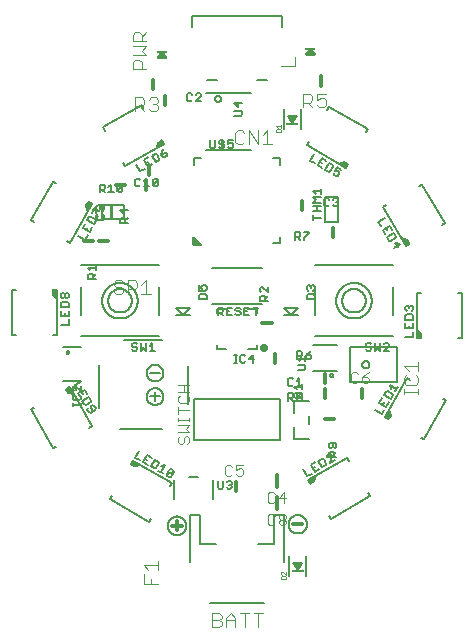
<source format=gbr>
G04 EAGLE Gerber RS-274X export*
G75*
%MOMM*%
%FSLAX34Y34*%
%LPD*%
%INSilkscreen Top*%
%IPPOS*%
%AMOC8*
5,1,8,0,0,1.08239X$1,22.5*%
G01*
%ADD10C,0.304800*%
%ADD11C,0.076200*%
%ADD12C,0.101600*%
%ADD13R,0.889000X0.190500*%
%ADD14C,0.203200*%
%ADD15C,0.152400*%
%ADD16C,0.127000*%
%ADD17R,1.000000X0.200000*%
%ADD18C,0.025400*%
%ADD19C,0.406400*%

G36*
X-30392Y56659D02*
X-30392Y56659D01*
X-30304Y56668D01*
X-30283Y56678D01*
X-30259Y56682D01*
X-30182Y56728D01*
X-30103Y56767D01*
X-30086Y56784D01*
X-30066Y56797D01*
X-30010Y56866D01*
X-29949Y56930D01*
X-29940Y56952D01*
X-29925Y56971D01*
X-29896Y57055D01*
X-29861Y57137D01*
X-29860Y57161D01*
X-29853Y57183D01*
X-29855Y57272D01*
X-29851Y57361D01*
X-29859Y57384D01*
X-29859Y57408D01*
X-29893Y57490D01*
X-29920Y57575D01*
X-29936Y57596D01*
X-29944Y57615D01*
X-29978Y57653D01*
X-30032Y57725D01*
X-36636Y64329D01*
X-36709Y64380D01*
X-36778Y64436D01*
X-36800Y64444D01*
X-36820Y64458D01*
X-36906Y64480D01*
X-36990Y64508D01*
X-37014Y64508D01*
X-37037Y64514D01*
X-37126Y64504D01*
X-37215Y64502D01*
X-37237Y64493D01*
X-37260Y64490D01*
X-37340Y64451D01*
X-37422Y64417D01*
X-37440Y64401D01*
X-37461Y64391D01*
X-37522Y64326D01*
X-37588Y64266D01*
X-37599Y64245D01*
X-37615Y64228D01*
X-37650Y64146D01*
X-37691Y64066D01*
X-37694Y64040D01*
X-37703Y64021D01*
X-37705Y63971D01*
X-37718Y63881D01*
X-37718Y57277D01*
X-37707Y57212D01*
X-37705Y57146D01*
X-37687Y57103D01*
X-37679Y57056D01*
X-37645Y56999D01*
X-37620Y56939D01*
X-37589Y56904D01*
X-37564Y56863D01*
X-37513Y56822D01*
X-37469Y56773D01*
X-37427Y56751D01*
X-37390Y56722D01*
X-37328Y56701D01*
X-37269Y56670D01*
X-37215Y56662D01*
X-37178Y56650D01*
X-37138Y56651D01*
X-37084Y56643D01*
X-30480Y56643D01*
X-30392Y56659D01*
G37*
G36*
X66058Y217682D02*
X66058Y217682D01*
X66075Y217680D01*
X66179Y217701D01*
X66283Y217719D01*
X66298Y217727D01*
X66316Y217731D01*
X66407Y217784D01*
X66500Y217834D01*
X66512Y217846D01*
X66528Y217856D01*
X66597Y217935D01*
X66670Y218012D01*
X66677Y218028D01*
X66689Y218042D01*
X66729Y218139D01*
X66773Y218235D01*
X66775Y218253D01*
X66782Y218269D01*
X66789Y218375D01*
X66800Y218479D01*
X66796Y218497D01*
X66798Y218515D01*
X66770Y218617D01*
X66748Y218720D01*
X66739Y218735D01*
X66734Y218752D01*
X66649Y218897D01*
X62839Y223977D01*
X62836Y223980D01*
X62834Y223984D01*
X62747Y224065D01*
X62662Y224147D01*
X62658Y224149D01*
X62655Y224152D01*
X62546Y224202D01*
X62439Y224252D01*
X62435Y224252D01*
X62431Y224254D01*
X62313Y224267D01*
X62195Y224280D01*
X62191Y224280D01*
X62186Y224280D01*
X62070Y224254D01*
X61954Y224230D01*
X61950Y224227D01*
X61946Y224226D01*
X61844Y224165D01*
X61742Y224105D01*
X61739Y224101D01*
X61736Y224099D01*
X61621Y223977D01*
X57811Y218897D01*
X57803Y218881D01*
X57791Y218868D01*
X57746Y218772D01*
X57697Y218679D01*
X57694Y218661D01*
X57687Y218645D01*
X57675Y218540D01*
X57659Y218436D01*
X57662Y218418D01*
X57660Y218401D01*
X57682Y218298D01*
X57700Y218193D01*
X57708Y218178D01*
X57712Y218160D01*
X57766Y218070D01*
X57816Y217977D01*
X57829Y217964D01*
X57838Y217949D01*
X57918Y217880D01*
X57995Y217808D01*
X58012Y217801D01*
X58025Y217789D01*
X58123Y217750D01*
X58219Y217706D01*
X58237Y217704D01*
X58253Y217697D01*
X58420Y217679D01*
X66040Y217679D01*
X66058Y217682D01*
G37*
G36*
X-59672Y215142D02*
X-59672Y215142D01*
X-59655Y215140D01*
X-59551Y215161D01*
X-59447Y215179D01*
X-59432Y215187D01*
X-59414Y215191D01*
X-59323Y215244D01*
X-59230Y215294D01*
X-59218Y215306D01*
X-59202Y215316D01*
X-59133Y215395D01*
X-59061Y215472D01*
X-59053Y215488D01*
X-59041Y215502D01*
X-59001Y215599D01*
X-58957Y215695D01*
X-58955Y215713D01*
X-58948Y215729D01*
X-58941Y215835D01*
X-58930Y215939D01*
X-58934Y215957D01*
X-58932Y215975D01*
X-58960Y216077D01*
X-58982Y216180D01*
X-58991Y216195D01*
X-58996Y216212D01*
X-59081Y216357D01*
X-62891Y221437D01*
X-62894Y221440D01*
X-62896Y221444D01*
X-62983Y221525D01*
X-63068Y221607D01*
X-63072Y221609D01*
X-63075Y221612D01*
X-63184Y221662D01*
X-63291Y221712D01*
X-63295Y221712D01*
X-63299Y221714D01*
X-63417Y221727D01*
X-63535Y221740D01*
X-63539Y221740D01*
X-63544Y221740D01*
X-63660Y221714D01*
X-63776Y221690D01*
X-63780Y221687D01*
X-63784Y221686D01*
X-63886Y221625D01*
X-63988Y221565D01*
X-63991Y221561D01*
X-63994Y221559D01*
X-64109Y221437D01*
X-67919Y216357D01*
X-67927Y216341D01*
X-67940Y216328D01*
X-67984Y216232D01*
X-68033Y216139D01*
X-68036Y216121D01*
X-68043Y216105D01*
X-68055Y216000D01*
X-68071Y215896D01*
X-68068Y215878D01*
X-68070Y215861D01*
X-68048Y215758D01*
X-68030Y215653D01*
X-68022Y215638D01*
X-68018Y215620D01*
X-67964Y215530D01*
X-67914Y215437D01*
X-67901Y215424D01*
X-67892Y215409D01*
X-67812Y215340D01*
X-67735Y215268D01*
X-67718Y215261D01*
X-67705Y215249D01*
X-67607Y215210D01*
X-67511Y215166D01*
X-67493Y215164D01*
X-67477Y215157D01*
X-67310Y215139D01*
X-59690Y215139D01*
X-59672Y215142D01*
G37*
G36*
X156275Y-22213D02*
X156275Y-22213D01*
X156341Y-22211D01*
X156384Y-22193D01*
X156431Y-22185D01*
X156488Y-22151D01*
X156548Y-22126D01*
X156583Y-22095D01*
X156624Y-22070D01*
X156666Y-22019D01*
X156714Y-21975D01*
X156736Y-21933D01*
X156765Y-21896D01*
X156786Y-21834D01*
X156817Y-21775D01*
X156825Y-21721D01*
X156837Y-21684D01*
X156836Y-21644D01*
X156844Y-21590D01*
X156844Y-17780D01*
X156837Y-17738D01*
X156839Y-17696D01*
X156831Y-17673D01*
X156831Y-17654D01*
X156814Y-17614D01*
X156805Y-17559D01*
X156783Y-17523D01*
X156770Y-17482D01*
X156750Y-17455D01*
X156746Y-17446D01*
X156730Y-17428D01*
X156716Y-17409D01*
X156690Y-17366D01*
X156674Y-17353D01*
X156658Y-17332D01*
X152848Y-13522D01*
X152816Y-13499D01*
X152794Y-13475D01*
X152758Y-13456D01*
X152706Y-13415D01*
X152684Y-13407D01*
X152664Y-13393D01*
X152606Y-13378D01*
X152594Y-13372D01*
X152572Y-13369D01*
X152494Y-13343D01*
X152470Y-13343D01*
X152447Y-13338D01*
X152358Y-13347D01*
X152269Y-13349D01*
X152247Y-13358D01*
X152224Y-13361D01*
X152144Y-13400D01*
X152062Y-13434D01*
X152044Y-13450D01*
X152023Y-13460D01*
X151987Y-13498D01*
X151986Y-13499D01*
X151982Y-13503D01*
X151962Y-13525D01*
X151896Y-13585D01*
X151885Y-13606D01*
X151869Y-13623D01*
X151852Y-13664D01*
X151845Y-13673D01*
X151832Y-13709D01*
X151793Y-13785D01*
X151790Y-13811D01*
X151781Y-13830D01*
X151780Y-13864D01*
X151773Y-13885D01*
X151774Y-13917D01*
X151766Y-13970D01*
X151766Y-21590D01*
X151777Y-21655D01*
X151779Y-21721D01*
X151797Y-21764D01*
X151805Y-21811D01*
X151839Y-21868D01*
X151864Y-21928D01*
X151895Y-21963D01*
X151920Y-22004D01*
X151971Y-22046D01*
X152015Y-22094D01*
X152057Y-22116D01*
X152094Y-22145D01*
X152156Y-22166D01*
X152215Y-22197D01*
X152269Y-22205D01*
X152306Y-22217D01*
X152346Y-22216D01*
X152400Y-22224D01*
X156210Y-22224D01*
X156275Y-22213D01*
G37*
G36*
X92134Y121944D02*
X92134Y121944D01*
X92181Y121944D01*
X92243Y121968D01*
X92307Y121982D01*
X92347Y122007D01*
X92391Y122024D01*
X92440Y122068D01*
X92495Y122103D01*
X92530Y122146D01*
X92559Y122172D01*
X92578Y122207D01*
X92612Y122250D01*
X94517Y125550D01*
X94539Y125612D01*
X94571Y125669D01*
X94577Y125716D01*
X94593Y125761D01*
X94592Y125827D01*
X94602Y125892D01*
X94591Y125938D01*
X94591Y125985D01*
X94567Y126047D01*
X94553Y126111D01*
X94528Y126151D01*
X94511Y126195D01*
X94467Y126244D01*
X94432Y126299D01*
X94389Y126334D01*
X94363Y126363D01*
X94328Y126382D01*
X94285Y126416D01*
X90985Y128321D01*
X90945Y128335D01*
X90910Y128358D01*
X90841Y128373D01*
X90774Y128397D01*
X90732Y128397D01*
X90690Y128406D01*
X90600Y128395D01*
X90550Y128395D01*
X90530Y128387D01*
X90504Y128384D01*
X85300Y126990D01*
X85252Y126967D01*
X85251Y126967D01*
X85248Y126965D01*
X85219Y126952D01*
X85136Y126920D01*
X85118Y126904D01*
X85096Y126894D01*
X85034Y126831D01*
X84967Y126772D01*
X84956Y126751D01*
X84939Y126734D01*
X84903Y126653D01*
X84861Y126574D01*
X84858Y126551D01*
X84848Y126529D01*
X84842Y126440D01*
X84830Y126352D01*
X84835Y126329D01*
X84834Y126305D01*
X84851Y126248D01*
X84851Y126242D01*
X84857Y126227D01*
X84859Y126220D01*
X84878Y126133D01*
X84891Y126113D01*
X84898Y126090D01*
X84929Y126049D01*
X84935Y126034D01*
X84959Y126008D01*
X85000Y125945D01*
X85021Y125928D01*
X85033Y125911D01*
X85067Y125890D01*
X85087Y125869D01*
X85112Y125856D01*
X85147Y125828D01*
X91746Y122018D01*
X91808Y121996D01*
X91866Y121964D01*
X91912Y121958D01*
X91957Y121942D01*
X92023Y121943D01*
X92088Y121933D01*
X92134Y121944D01*
G37*
G36*
X62319Y-145538D02*
X62319Y-145538D01*
X62385Y-145535D01*
X62436Y-145515D01*
X62475Y-145507D01*
X62508Y-145486D01*
X62559Y-145466D01*
X65859Y-143561D01*
X65891Y-143534D01*
X65929Y-143514D01*
X65941Y-143501D01*
X65952Y-143494D01*
X65983Y-143456D01*
X66030Y-143416D01*
X66051Y-143379D01*
X66080Y-143348D01*
X66090Y-143325D01*
X66093Y-143320D01*
X66099Y-143304D01*
X66116Y-143265D01*
X66141Y-143221D01*
X66144Y-143200D01*
X66154Y-143176D01*
X67549Y-137971D01*
X67556Y-137883D01*
X67570Y-137795D01*
X67566Y-137771D01*
X67568Y-137748D01*
X67544Y-137662D01*
X67526Y-137575D01*
X67514Y-137555D01*
X67508Y-137532D01*
X67455Y-137460D01*
X67409Y-137384D01*
X67390Y-137369D01*
X67376Y-137350D01*
X67302Y-137301D01*
X67232Y-137246D01*
X67209Y-137239D01*
X67189Y-137226D01*
X67102Y-137205D01*
X67018Y-137178D01*
X66994Y-137179D01*
X66971Y-137174D01*
X66882Y-137185D01*
X66794Y-137189D01*
X66769Y-137199D01*
X66748Y-137201D01*
X66703Y-137225D01*
X66619Y-137258D01*
X60020Y-141068D01*
X59970Y-141110D01*
X59914Y-141145D01*
X59885Y-141182D01*
X59849Y-141213D01*
X59816Y-141270D01*
X59776Y-141322D01*
X59762Y-141367D01*
X59738Y-141408D01*
X59728Y-141473D01*
X59708Y-141536D01*
X59711Y-141583D01*
X59703Y-141630D01*
X59716Y-141694D01*
X59719Y-141760D01*
X59739Y-141811D01*
X59747Y-141850D01*
X59768Y-141883D01*
X59788Y-141934D01*
X61693Y-145234D01*
X61735Y-145284D01*
X61770Y-145340D01*
X61807Y-145369D01*
X61838Y-145405D01*
X61895Y-145438D01*
X61947Y-145478D01*
X61992Y-145492D01*
X62033Y-145516D01*
X62098Y-145526D01*
X62161Y-145546D01*
X62208Y-145543D01*
X62255Y-145551D01*
X62319Y-145538D01*
G37*
G36*
X142964Y55906D02*
X142964Y55906D01*
X143030Y55909D01*
X143081Y55929D01*
X143120Y55937D01*
X143153Y55958D01*
X143204Y55978D01*
X146504Y57883D01*
X146550Y57922D01*
X146597Y57949D01*
X146601Y57954D01*
X146610Y57960D01*
X146639Y57997D01*
X146675Y58028D01*
X146708Y58085D01*
X146726Y58108D01*
X146738Y58124D01*
X146739Y58125D01*
X146748Y58137D01*
X146762Y58182D01*
X146786Y58223D01*
X146796Y58288D01*
X146816Y58351D01*
X146813Y58398D01*
X146821Y58445D01*
X146808Y58509D01*
X146805Y58575D01*
X146785Y58626D01*
X146777Y58665D01*
X146756Y58698D01*
X146736Y58749D01*
X144831Y62049D01*
X144804Y62081D01*
X144784Y62119D01*
X144732Y62166D01*
X144686Y62220D01*
X144649Y62241D01*
X144618Y62270D01*
X144535Y62306D01*
X144491Y62331D01*
X144470Y62334D01*
X144446Y62344D01*
X139241Y63739D01*
X139153Y63746D01*
X139065Y63760D01*
X139041Y63756D01*
X139018Y63758D01*
X138932Y63734D01*
X138845Y63716D01*
X138825Y63704D01*
X138802Y63698D01*
X138730Y63645D01*
X138654Y63599D01*
X138639Y63580D01*
X138620Y63566D01*
X138571Y63492D01*
X138516Y63422D01*
X138509Y63399D01*
X138496Y63379D01*
X138475Y63292D01*
X138448Y63208D01*
X138449Y63184D01*
X138444Y63161D01*
X138455Y63072D01*
X138459Y62984D01*
X138469Y62959D01*
X138471Y62938D01*
X138495Y62893D01*
X138528Y62809D01*
X142338Y56210D01*
X142380Y56160D01*
X142415Y56104D01*
X142452Y56075D01*
X142483Y56039D01*
X142540Y56006D01*
X142592Y55966D01*
X142637Y55952D01*
X142678Y55928D01*
X142743Y55918D01*
X142806Y55898D01*
X142853Y55901D01*
X142900Y55893D01*
X142964Y55906D01*
G37*
G36*
X128478Y-90781D02*
X128478Y-90781D01*
X128525Y-90781D01*
X128587Y-90757D01*
X128651Y-90743D01*
X128691Y-90718D01*
X128735Y-90701D01*
X128784Y-90657D01*
X128839Y-90622D01*
X128874Y-90579D01*
X128903Y-90553D01*
X128922Y-90518D01*
X128956Y-90475D01*
X130861Y-87175D01*
X130875Y-87135D01*
X130898Y-87100D01*
X130913Y-87031D01*
X130937Y-86964D01*
X130937Y-86922D01*
X130946Y-86880D01*
X130935Y-86790D01*
X130935Y-86740D01*
X130927Y-86720D01*
X130924Y-86694D01*
X129530Y-81490D01*
X129492Y-81409D01*
X129460Y-81326D01*
X129444Y-81308D01*
X129434Y-81286D01*
X129371Y-81224D01*
X129312Y-81157D01*
X129291Y-81146D01*
X129274Y-81129D01*
X129193Y-81093D01*
X129114Y-81051D01*
X129091Y-81048D01*
X129069Y-81038D01*
X128980Y-81032D01*
X128892Y-81020D01*
X128869Y-81025D01*
X128845Y-81024D01*
X128760Y-81049D01*
X128673Y-81068D01*
X128653Y-81081D01*
X128630Y-81088D01*
X128559Y-81142D01*
X128485Y-81190D01*
X128468Y-81211D01*
X128451Y-81223D01*
X128424Y-81266D01*
X128368Y-81337D01*
X124558Y-87936D01*
X124536Y-87998D01*
X124504Y-88056D01*
X124498Y-88102D01*
X124482Y-88147D01*
X124483Y-88213D01*
X124473Y-88278D01*
X124484Y-88324D01*
X124484Y-88371D01*
X124508Y-88433D01*
X124522Y-88497D01*
X124547Y-88537D01*
X124564Y-88581D01*
X124574Y-88592D01*
X124575Y-88594D01*
X124597Y-88618D01*
X124608Y-88630D01*
X124643Y-88685D01*
X124686Y-88720D01*
X124712Y-88749D01*
X124722Y-88754D01*
X124726Y-88759D01*
X124754Y-88774D01*
X124790Y-88802D01*
X128090Y-90707D01*
X128152Y-90729D01*
X128209Y-90761D01*
X128256Y-90767D01*
X128301Y-90783D01*
X128367Y-90782D01*
X128432Y-90792D01*
X128478Y-90781D01*
G37*
G36*
X-86790Y-130935D02*
X-86790Y-130935D01*
X-86740Y-130935D01*
X-86720Y-130927D01*
X-86694Y-130924D01*
X-81490Y-129530D01*
X-81409Y-129492D01*
X-81326Y-129460D01*
X-81308Y-129444D01*
X-81286Y-129434D01*
X-81224Y-129371D01*
X-81157Y-129312D01*
X-81146Y-129291D01*
X-81129Y-129274D01*
X-81093Y-129193D01*
X-81051Y-129114D01*
X-81048Y-129091D01*
X-81038Y-129069D01*
X-81032Y-128980D01*
X-81020Y-128892D01*
X-81025Y-128869D01*
X-81024Y-128845D01*
X-81049Y-128760D01*
X-81068Y-128673D01*
X-81081Y-128653D01*
X-81088Y-128630D01*
X-81142Y-128559D01*
X-81190Y-128485D01*
X-81211Y-128468D01*
X-81223Y-128451D01*
X-81266Y-128424D01*
X-81337Y-128368D01*
X-87936Y-124558D01*
X-87998Y-124536D01*
X-88056Y-124504D01*
X-88102Y-124498D01*
X-88147Y-124482D01*
X-88213Y-124483D01*
X-88278Y-124473D01*
X-88324Y-124484D01*
X-88371Y-124484D01*
X-88433Y-124508D01*
X-88497Y-124522D01*
X-88537Y-124547D01*
X-88581Y-124564D01*
X-88630Y-124608D01*
X-88685Y-124643D01*
X-88720Y-124686D01*
X-88749Y-124712D01*
X-88768Y-124747D01*
X-88802Y-124790D01*
X-90707Y-128090D01*
X-90729Y-128152D01*
X-90761Y-128209D01*
X-90767Y-128256D01*
X-90783Y-128301D01*
X-90782Y-128367D01*
X-90792Y-128432D01*
X-90781Y-128478D01*
X-90781Y-128525D01*
X-90757Y-128587D01*
X-90743Y-128651D01*
X-90718Y-128691D01*
X-90701Y-128735D01*
X-90691Y-128746D01*
X-90690Y-128747D01*
X-90668Y-128772D01*
X-90657Y-128784D01*
X-90622Y-128839D01*
X-90579Y-128874D01*
X-90553Y-128903D01*
X-90543Y-128908D01*
X-90539Y-128913D01*
X-90511Y-128927D01*
X-90475Y-128956D01*
X-87175Y-130861D01*
X-87135Y-130875D01*
X-87100Y-130898D01*
X-87031Y-130913D01*
X-86964Y-130937D01*
X-86922Y-130937D01*
X-86880Y-130946D01*
X-86790Y-130935D01*
G37*
G36*
X-68152Y138455D02*
X-68152Y138455D01*
X-68064Y138459D01*
X-68039Y138469D01*
X-68018Y138471D01*
X-67973Y138495D01*
X-67889Y138528D01*
X-61290Y142338D01*
X-61244Y142377D01*
X-61201Y142402D01*
X-61198Y142406D01*
X-61184Y142415D01*
X-61155Y142452D01*
X-61119Y142483D01*
X-61086Y142540D01*
X-61046Y142592D01*
X-61032Y142637D01*
X-61008Y142678D01*
X-60998Y142743D01*
X-60978Y142806D01*
X-60981Y142853D01*
X-60973Y142900D01*
X-60986Y142964D01*
X-60989Y143030D01*
X-61009Y143081D01*
X-61017Y143120D01*
X-61038Y143153D01*
X-61058Y143204D01*
X-62963Y146504D01*
X-63005Y146554D01*
X-63040Y146610D01*
X-63077Y146639D01*
X-63108Y146675D01*
X-63165Y146708D01*
X-63217Y146748D01*
X-63262Y146762D01*
X-63303Y146786D01*
X-63368Y146796D01*
X-63431Y146816D01*
X-63478Y146813D01*
X-63525Y146821D01*
X-63589Y146808D01*
X-63655Y146805D01*
X-63706Y146785D01*
X-63745Y146777D01*
X-63778Y146756D01*
X-63829Y146736D01*
X-67129Y144831D01*
X-67161Y144804D01*
X-67199Y144784D01*
X-67246Y144732D01*
X-67300Y144686D01*
X-67321Y144649D01*
X-67350Y144618D01*
X-67386Y144535D01*
X-67411Y144491D01*
X-67414Y144470D01*
X-67424Y144446D01*
X-68819Y139241D01*
X-68826Y139153D01*
X-68840Y139065D01*
X-68836Y139041D01*
X-68838Y139018D01*
X-68814Y138932D01*
X-68796Y138845D01*
X-68784Y138825D01*
X-68778Y138802D01*
X-68725Y138730D01*
X-68679Y138654D01*
X-68660Y138639D01*
X-68646Y138620D01*
X-68572Y138571D01*
X-68502Y138516D01*
X-68479Y138509D01*
X-68459Y138496D01*
X-68372Y138475D01*
X-68288Y138448D01*
X-68264Y138449D01*
X-68241Y138444D01*
X-68152Y138455D01*
G37*
G36*
X-152358Y10807D02*
X-152358Y10807D01*
X-152269Y10809D01*
X-152247Y10818D01*
X-152224Y10821D01*
X-152144Y10860D01*
X-152062Y10894D01*
X-152044Y10910D01*
X-152023Y10920D01*
X-151962Y10985D01*
X-151896Y11045D01*
X-151885Y11066D01*
X-151869Y11083D01*
X-151834Y11165D01*
X-151793Y11245D01*
X-151790Y11271D01*
X-151781Y11290D01*
X-151779Y11340D01*
X-151766Y11430D01*
X-151766Y19050D01*
X-151777Y19115D01*
X-151779Y19181D01*
X-151797Y19224D01*
X-151805Y19271D01*
X-151839Y19328D01*
X-151864Y19388D01*
X-151895Y19423D01*
X-151920Y19464D01*
X-151971Y19506D01*
X-152015Y19554D01*
X-152057Y19576D01*
X-152094Y19605D01*
X-152156Y19626D01*
X-152215Y19657D01*
X-152269Y19665D01*
X-152306Y19677D01*
X-152346Y19676D01*
X-152400Y19684D01*
X-156210Y19684D01*
X-156275Y19673D01*
X-156341Y19671D01*
X-156384Y19653D01*
X-156431Y19645D01*
X-156488Y19611D01*
X-156548Y19586D01*
X-156583Y19555D01*
X-156624Y19530D01*
X-156666Y19479D01*
X-156714Y19435D01*
X-156736Y19393D01*
X-156765Y19356D01*
X-156786Y19294D01*
X-156817Y19235D01*
X-156825Y19181D01*
X-156837Y19144D01*
X-156837Y19135D01*
X-156836Y19103D01*
X-156844Y19050D01*
X-156844Y15240D01*
X-156837Y15198D01*
X-156839Y15156D01*
X-156827Y15118D01*
X-156826Y15105D01*
X-156815Y15078D01*
X-156805Y15019D01*
X-156783Y14983D01*
X-156770Y14942D01*
X-156748Y14913D01*
X-156742Y14897D01*
X-156715Y14868D01*
X-156690Y14826D01*
X-156674Y14813D01*
X-156658Y14792D01*
X-152848Y10982D01*
X-152775Y10931D01*
X-152706Y10875D01*
X-152684Y10867D01*
X-152664Y10853D01*
X-152578Y10831D01*
X-152494Y10803D01*
X-152470Y10803D01*
X-152447Y10798D01*
X-152358Y10807D01*
G37*
G36*
X-126329Y84835D02*
X-126329Y84835D01*
X-126305Y84834D01*
X-126220Y84859D01*
X-126133Y84878D01*
X-126113Y84891D01*
X-126090Y84898D01*
X-126019Y84952D01*
X-125945Y85000D01*
X-125928Y85021D01*
X-125911Y85033D01*
X-125884Y85076D01*
X-125828Y85147D01*
X-122018Y91746D01*
X-121996Y91808D01*
X-121964Y91866D01*
X-121958Y91912D01*
X-121942Y91957D01*
X-121943Y92023D01*
X-121933Y92088D01*
X-121944Y92134D01*
X-121944Y92181D01*
X-121968Y92243D01*
X-121982Y92307D01*
X-122007Y92347D01*
X-122024Y92391D01*
X-122068Y92440D01*
X-122103Y92495D01*
X-122146Y92530D01*
X-122172Y92559D01*
X-122207Y92578D01*
X-122250Y92612D01*
X-125550Y94517D01*
X-125612Y94539D01*
X-125669Y94571D01*
X-125716Y94577D01*
X-125761Y94593D01*
X-125827Y94592D01*
X-125892Y94602D01*
X-125938Y94591D01*
X-125985Y94591D01*
X-126047Y94567D01*
X-126111Y94553D01*
X-126151Y94528D01*
X-126195Y94511D01*
X-126244Y94467D01*
X-126299Y94432D01*
X-126334Y94389D01*
X-126363Y94363D01*
X-126382Y94328D01*
X-126416Y94285D01*
X-128321Y90985D01*
X-128335Y90945D01*
X-128358Y90910D01*
X-128373Y90841D01*
X-128397Y90774D01*
X-128397Y90732D01*
X-128406Y90690D01*
X-128395Y90600D01*
X-128395Y90550D01*
X-128387Y90530D01*
X-128384Y90504D01*
X-126990Y85300D01*
X-126952Y85219D01*
X-126920Y85136D01*
X-126904Y85118D01*
X-126894Y85096D01*
X-126831Y85034D01*
X-126772Y84967D01*
X-126751Y84956D01*
X-126734Y84939D01*
X-126653Y84903D01*
X-126574Y84861D01*
X-126551Y84858D01*
X-126529Y84848D01*
X-126440Y84842D01*
X-126352Y84830D01*
X-126329Y84835D01*
G37*
G36*
X-137771Y-70106D02*
X-137771Y-70106D01*
X-137748Y-70108D01*
X-137662Y-70084D01*
X-137575Y-70066D01*
X-137555Y-70054D01*
X-137532Y-70048D01*
X-137460Y-69995D01*
X-137384Y-69949D01*
X-137369Y-69930D01*
X-137350Y-69916D01*
X-137301Y-69842D01*
X-137246Y-69772D01*
X-137239Y-69749D01*
X-137226Y-69729D01*
X-137205Y-69642D01*
X-137178Y-69558D01*
X-137179Y-69534D01*
X-137174Y-69511D01*
X-137185Y-69422D01*
X-137189Y-69334D01*
X-137199Y-69309D01*
X-137201Y-69288D01*
X-137225Y-69243D01*
X-137258Y-69159D01*
X-141068Y-62560D01*
X-141110Y-62510D01*
X-141145Y-62454D01*
X-141182Y-62425D01*
X-141213Y-62389D01*
X-141270Y-62356D01*
X-141322Y-62316D01*
X-141367Y-62302D01*
X-141408Y-62278D01*
X-141473Y-62268D01*
X-141536Y-62248D01*
X-141583Y-62251D01*
X-141630Y-62243D01*
X-141694Y-62256D01*
X-141760Y-62259D01*
X-141811Y-62279D01*
X-141850Y-62287D01*
X-141883Y-62308D01*
X-141934Y-62328D01*
X-145234Y-64233D01*
X-145284Y-64275D01*
X-145340Y-64310D01*
X-145369Y-64347D01*
X-145405Y-64378D01*
X-145438Y-64435D01*
X-145478Y-64487D01*
X-145492Y-64532D01*
X-145516Y-64573D01*
X-145526Y-64638D01*
X-145546Y-64701D01*
X-145543Y-64748D01*
X-145551Y-64795D01*
X-145538Y-64859D01*
X-145535Y-64925D01*
X-145515Y-64976D01*
X-145507Y-65015D01*
X-145486Y-65048D01*
X-145466Y-65099D01*
X-143561Y-68399D01*
X-143534Y-68431D01*
X-143514Y-68469D01*
X-143462Y-68516D01*
X-143416Y-68570D01*
X-143379Y-68591D01*
X-143348Y-68620D01*
X-143265Y-68656D01*
X-143221Y-68681D01*
X-143200Y-68684D01*
X-143176Y-68694D01*
X-137971Y-70089D01*
X-137883Y-70096D01*
X-137795Y-70110D01*
X-137771Y-70106D01*
G37*
G36*
X47106Y161825D02*
X47106Y161825D01*
X47133Y161825D01*
X47244Y161857D01*
X47357Y161883D01*
X47380Y161896D01*
X47406Y161904D01*
X47504Y161966D01*
X47605Y162022D01*
X47621Y162040D01*
X47646Y162055D01*
X47831Y162263D01*
X47835Y162267D01*
X49835Y165267D01*
X49866Y165331D01*
X49906Y165391D01*
X49927Y165459D01*
X49958Y165523D01*
X49970Y165594D01*
X49991Y165662D01*
X49993Y165733D01*
X50005Y165804D01*
X49997Y165875D01*
X49999Y165946D01*
X49981Y166015D01*
X49972Y166086D01*
X49945Y166152D01*
X49927Y166221D01*
X49890Y166282D01*
X49863Y166348D01*
X49818Y166404D01*
X49782Y166466D01*
X49730Y166515D01*
X49685Y166570D01*
X49627Y166611D01*
X49574Y166660D01*
X49511Y166693D01*
X49453Y166734D01*
X49385Y166757D01*
X49321Y166790D01*
X49262Y166800D01*
X49184Y166827D01*
X49065Y166833D01*
X48990Y166845D01*
X44990Y166845D01*
X44919Y166835D01*
X44847Y166835D01*
X44779Y166815D01*
X44709Y166805D01*
X44643Y166776D01*
X44574Y166756D01*
X44514Y166718D01*
X44449Y166689D01*
X44394Y166643D01*
X44334Y166605D01*
X44286Y166552D01*
X44232Y166506D01*
X44192Y166446D01*
X44145Y166392D01*
X44114Y166328D01*
X44075Y166269D01*
X44053Y166201D01*
X44022Y166136D01*
X44010Y166066D01*
X43989Y165998D01*
X43987Y165926D01*
X43975Y165856D01*
X43983Y165785D01*
X43981Y165714D01*
X44000Y165644D01*
X44008Y165573D01*
X44033Y165518D01*
X44053Y165439D01*
X44114Y165336D01*
X44145Y165267D01*
X46145Y162267D01*
X46222Y162180D01*
X46295Y162090D01*
X46317Y162075D01*
X46335Y162055D01*
X46432Y161993D01*
X46527Y161926D01*
X46553Y161918D01*
X46575Y161903D01*
X46686Y161871D01*
X46796Y161833D01*
X46823Y161832D01*
X46848Y161825D01*
X46964Y161825D01*
X47080Y161819D01*
X47106Y161825D01*
G37*
G36*
X51551Y-216635D02*
X51551Y-216635D01*
X51578Y-216635D01*
X51689Y-216603D01*
X51802Y-216577D01*
X51825Y-216564D01*
X51851Y-216556D01*
X51949Y-216494D01*
X52050Y-216438D01*
X52066Y-216420D01*
X52091Y-216405D01*
X52276Y-216197D01*
X52280Y-216193D01*
X54280Y-213193D01*
X54311Y-213129D01*
X54351Y-213069D01*
X54372Y-213001D01*
X54403Y-212937D01*
X54415Y-212866D01*
X54436Y-212798D01*
X54438Y-212727D01*
X54450Y-212657D01*
X54442Y-212585D01*
X54444Y-212514D01*
X54426Y-212445D01*
X54417Y-212374D01*
X54390Y-212308D01*
X54372Y-212239D01*
X54335Y-212178D01*
X54308Y-212112D01*
X54263Y-212056D01*
X54227Y-211994D01*
X54175Y-211945D01*
X54130Y-211890D01*
X54072Y-211849D01*
X54019Y-211800D01*
X53956Y-211767D01*
X53898Y-211726D01*
X53830Y-211703D01*
X53766Y-211670D01*
X53707Y-211660D01*
X53629Y-211633D01*
X53510Y-211627D01*
X53435Y-211615D01*
X49435Y-211615D01*
X49364Y-211625D01*
X49292Y-211625D01*
X49224Y-211645D01*
X49154Y-211655D01*
X49088Y-211684D01*
X49019Y-211704D01*
X48959Y-211742D01*
X48894Y-211771D01*
X48839Y-211817D01*
X48779Y-211855D01*
X48731Y-211909D01*
X48677Y-211955D01*
X48637Y-212014D01*
X48590Y-212068D01*
X48559Y-212132D01*
X48520Y-212191D01*
X48498Y-212260D01*
X48467Y-212324D01*
X48455Y-212394D01*
X48434Y-212462D01*
X48432Y-212534D01*
X48420Y-212605D01*
X48428Y-212675D01*
X48426Y-212746D01*
X48445Y-212816D01*
X48453Y-212887D01*
X48478Y-212942D01*
X48498Y-213021D01*
X48559Y-213124D01*
X48590Y-213193D01*
X50590Y-216193D01*
X50667Y-216280D01*
X50740Y-216370D01*
X50762Y-216385D01*
X50780Y-216405D01*
X50877Y-216467D01*
X50972Y-216534D01*
X50998Y-216542D01*
X51020Y-216557D01*
X51131Y-216589D01*
X51241Y-216627D01*
X51268Y-216628D01*
X51293Y-216635D01*
X51409Y-216635D01*
X51525Y-216641D01*
X51551Y-216635D01*
G37*
D10*
X34290Y-147955D02*
X34290Y-137795D01*
D11*
X30664Y-151998D02*
X32231Y-153566D01*
X30664Y-151998D02*
X27528Y-151998D01*
X25961Y-153566D01*
X25961Y-159836D01*
X27528Y-161404D01*
X30664Y-161404D01*
X32231Y-159836D01*
X40019Y-161404D02*
X40019Y-151998D01*
X35316Y-156701D01*
X41587Y-156701D01*
D10*
X-71120Y189040D02*
X-71120Y197040D01*
D12*
X-86380Y182382D02*
X-86380Y170688D01*
X-86380Y182382D02*
X-80533Y182382D01*
X-78584Y180433D01*
X-78584Y176535D01*
X-80533Y174586D01*
X-86380Y174586D01*
X-82482Y174586D02*
X-78584Y170688D01*
X-74686Y180433D02*
X-72737Y182382D01*
X-68839Y182382D01*
X-66890Y180433D01*
X-66890Y178484D01*
X-68839Y176535D01*
X-70788Y176535D01*
X-68839Y176535D02*
X-66890Y174586D01*
X-66890Y172637D01*
X-68839Y170688D01*
X-72737Y170688D01*
X-74686Y172637D01*
D13*
X-63500Y220798D03*
D12*
X-76708Y206248D02*
X-88402Y206248D01*
X-88402Y212095D01*
X-86453Y214044D01*
X-82555Y214044D01*
X-80606Y212095D01*
X-80606Y206248D01*
X-76708Y217942D02*
X-88402Y217942D01*
X-80606Y221840D02*
X-76708Y217942D01*
X-80606Y221840D02*
X-76708Y225738D01*
X-88402Y225738D01*
X-88402Y229636D02*
X-76708Y229636D01*
X-88402Y229636D02*
X-88402Y235483D01*
X-86453Y237432D01*
X-82555Y237432D01*
X-80606Y235483D01*
X-80606Y229636D01*
X-80606Y233534D02*
X-76708Y237432D01*
D13*
X62230Y223338D03*
D12*
X49022Y208788D02*
X37328Y208788D01*
X49022Y208788D02*
X49022Y216584D01*
D14*
X21000Y7606D02*
X-21000Y7606D01*
X-21000Y38114D02*
X21000Y38114D01*
D15*
X-16339Y4324D02*
X-16339Y-2286D01*
X-16339Y4324D02*
X-13034Y4324D01*
X-11932Y3222D01*
X-11932Y1019D01*
X-13034Y-83D01*
X-16339Y-83D01*
X-14136Y-83D02*
X-11932Y-2286D01*
X-8855Y4324D02*
X-4448Y4324D01*
X-8855Y4324D02*
X-8855Y-2286D01*
X-4448Y-2286D01*
X-6651Y1019D02*
X-8855Y1019D01*
X1934Y4324D02*
X3036Y3222D01*
X1934Y4324D02*
X-269Y4324D01*
X-1370Y3222D01*
X-1370Y2120D01*
X-269Y1019D01*
X1934Y1019D01*
X3036Y-83D01*
X3036Y-1184D01*
X1934Y-2286D01*
X-269Y-2286D01*
X-1370Y-1184D01*
X6114Y4324D02*
X10520Y4324D01*
X6114Y4324D02*
X6114Y-2286D01*
X10520Y-2286D01*
X8317Y1019D02*
X6114Y1019D01*
X15801Y-2286D02*
X15801Y4324D01*
X13598Y4324D02*
X18004Y4324D01*
D10*
X106045Y-64580D02*
X106045Y-72580D01*
D11*
X102697Y-51611D02*
X101129Y-50043D01*
X97994Y-50043D01*
X96426Y-51611D01*
X96426Y-57881D01*
X97994Y-59449D01*
X101129Y-59449D01*
X102697Y-57881D01*
X108917Y-51611D02*
X112052Y-50043D01*
X108917Y-51611D02*
X105781Y-54746D01*
X105781Y-57881D01*
X107349Y-59449D01*
X110484Y-59449D01*
X112052Y-57881D01*
X112052Y-56314D01*
X110484Y-54746D01*
X105781Y-54746D01*
D10*
X71120Y192215D02*
X71120Y200215D01*
D12*
X55860Y185557D02*
X55860Y173863D01*
X55860Y185557D02*
X61707Y185557D01*
X63656Y183608D01*
X63656Y179710D01*
X61707Y177761D01*
X55860Y177761D01*
X59758Y177761D02*
X63656Y173863D01*
X67554Y185557D02*
X75350Y185557D01*
X67554Y185557D02*
X67554Y179710D01*
X71452Y181659D01*
X73401Y181659D01*
X75350Y179710D01*
X75350Y175812D01*
X73401Y173863D01*
X69503Y173863D01*
X67554Y175812D01*
D16*
X25000Y197280D02*
X17000Y197280D01*
X-17000Y197280D02*
X-25000Y197280D01*
X38000Y242280D02*
X38000Y251280D01*
X-38000Y251280D01*
X-38000Y242280D01*
D12*
X4373Y154282D02*
X6322Y152333D01*
X4373Y154282D02*
X475Y154282D01*
X-1474Y152333D01*
X-1474Y144537D01*
X475Y142588D01*
X4373Y142588D01*
X6322Y144537D01*
X10220Y142588D02*
X10220Y154282D01*
X18016Y142588D01*
X18016Y154282D01*
X21914Y150384D02*
X25812Y154282D01*
X25812Y142588D01*
X21914Y142588D02*
X29710Y142588D01*
D14*
X22500Y-245900D02*
X-22500Y-245900D01*
X-40000Y-210900D02*
X-40000Y-170900D01*
X-31500Y-170900D01*
X-31500Y-195900D01*
X-17500Y-195900D01*
X17500Y-195900D02*
X31500Y-195900D01*
X31500Y-170900D01*
X40000Y-170900D01*
X40000Y-210900D01*
D12*
X-20868Y-254498D02*
X-20868Y-266192D01*
X-20868Y-254498D02*
X-15021Y-254498D01*
X-13072Y-256447D01*
X-13072Y-258396D01*
X-15021Y-260345D01*
X-13072Y-262294D01*
X-13072Y-264243D01*
X-15021Y-266192D01*
X-20868Y-266192D01*
X-20868Y-260345D02*
X-15021Y-260345D01*
X-9174Y-258396D02*
X-9174Y-266192D01*
X-9174Y-258396D02*
X-5276Y-254498D01*
X-1378Y-258396D01*
X-1378Y-266192D01*
X-1378Y-260345D02*
X-9174Y-260345D01*
X6418Y-266192D02*
X6418Y-254498D01*
X2520Y-254498D02*
X10316Y-254498D01*
X18112Y-254498D02*
X18112Y-266192D01*
X14214Y-254498D02*
X22010Y-254498D01*
D14*
X39990Y155100D02*
X39990Y172560D01*
X53990Y172560D02*
X53990Y155100D01*
X46990Y160830D02*
X42990Y166830D01*
X50990Y166830D01*
X46990Y160830D01*
D17*
X46990Y159830D03*
D18*
X36863Y152957D02*
X33050Y152957D01*
X36863Y152957D02*
X36863Y154864D01*
X36227Y155499D01*
X33685Y155499D01*
X33050Y154864D01*
X33050Y152957D01*
X34321Y156699D02*
X33050Y157970D01*
X36863Y157970D01*
X36863Y156699D02*
X36863Y159241D01*
D14*
X44435Y-205900D02*
X44435Y-223360D01*
X58435Y-223360D02*
X58435Y-205900D01*
X47435Y-211630D02*
X51435Y-217630D01*
X47435Y-211630D02*
X55435Y-211630D01*
X51435Y-217630D01*
D17*
X51435Y-218630D03*
D18*
X41308Y-225503D02*
X37495Y-225503D01*
X41308Y-225503D02*
X41308Y-223596D01*
X40672Y-222961D01*
X38130Y-222961D01*
X37495Y-223596D01*
X37495Y-225503D01*
X41308Y-221761D02*
X41308Y-219219D01*
X41308Y-221761D02*
X38766Y-219219D01*
X38130Y-219219D01*
X37495Y-219854D01*
X37495Y-221125D01*
X38130Y-221761D01*
D10*
X-635Y-151320D02*
X-635Y-143320D01*
D11*
X-3983Y-130351D02*
X-5551Y-128783D01*
X-8686Y-128783D01*
X-10254Y-130351D01*
X-10254Y-136621D01*
X-8686Y-138189D01*
X-5551Y-138189D01*
X-3983Y-136621D01*
X-899Y-128783D02*
X5372Y-128783D01*
X-899Y-128783D02*
X-899Y-133486D01*
X2237Y-131918D01*
X3804Y-131918D01*
X5372Y-133486D01*
X5372Y-136621D01*
X3804Y-138189D01*
X669Y-138189D01*
X-899Y-136621D01*
D10*
X34290Y-156210D02*
X34290Y-166370D01*
D11*
X30664Y-170413D02*
X32231Y-171981D01*
X30664Y-170413D02*
X27528Y-170413D01*
X25961Y-171981D01*
X25961Y-178251D01*
X27528Y-179819D01*
X30664Y-179819D01*
X32231Y-178251D01*
X35316Y-171981D02*
X36883Y-170413D01*
X40019Y-170413D01*
X41587Y-171981D01*
X41587Y-173548D01*
X40019Y-175116D01*
X41587Y-176684D01*
X41587Y-178251D01*
X40019Y-179819D01*
X36883Y-179819D01*
X35316Y-178251D01*
X35316Y-176684D01*
X36883Y-175116D01*
X35316Y-173548D01*
X35316Y-171981D01*
X36883Y-175116D02*
X40019Y-175116D01*
D16*
X36000Y-72670D02*
X-36000Y-72670D01*
X36000Y-72670D02*
X36000Y-107670D01*
X-36000Y-107670D01*
X-36000Y-72670D01*
D11*
X-48219Y-104518D02*
X-49787Y-106086D01*
X-49787Y-109221D01*
X-48219Y-110789D01*
X-46652Y-110789D01*
X-45084Y-109221D01*
X-45084Y-106086D01*
X-43516Y-104518D01*
X-41949Y-104518D01*
X-40381Y-106086D01*
X-40381Y-109221D01*
X-41949Y-110789D01*
X-40381Y-101434D02*
X-49787Y-101434D01*
X-43516Y-98298D02*
X-40381Y-101434D01*
X-43516Y-98298D02*
X-40381Y-95163D01*
X-49787Y-95163D01*
X-40381Y-92079D02*
X-40381Y-88943D01*
X-40381Y-90511D02*
X-49787Y-90511D01*
X-49787Y-92079D02*
X-49787Y-88943D01*
X-49787Y-82707D02*
X-40381Y-82707D01*
X-49787Y-85842D02*
X-49787Y-79571D01*
X-49787Y-71784D02*
X-48219Y-70216D01*
X-49787Y-71784D02*
X-49787Y-74919D01*
X-48219Y-76487D01*
X-41949Y-76487D01*
X-40381Y-74919D01*
X-40381Y-71784D01*
X-41949Y-70216D01*
X-40381Y-67131D02*
X-49787Y-67131D01*
X-45084Y-67131D02*
X-45084Y-60861D01*
X-49787Y-60861D02*
X-40381Y-60861D01*
D14*
X-66060Y-19840D02*
X-132060Y-19840D01*
X-132060Y40160D02*
X-66060Y40160D01*
X-66060Y22160D02*
X-66060Y-1840D01*
X-132060Y-1840D02*
X-132060Y22160D01*
X-114093Y10160D02*
X-114088Y10529D01*
X-114075Y10898D01*
X-114052Y11266D01*
X-114021Y11633D01*
X-113980Y12000D01*
X-113930Y12366D01*
X-113872Y12730D01*
X-113804Y13093D01*
X-113728Y13454D01*
X-113642Y13813D01*
X-113548Y14169D01*
X-113446Y14524D01*
X-113334Y14876D01*
X-113214Y15224D01*
X-113086Y15570D01*
X-112949Y15913D01*
X-112803Y16252D01*
X-112650Y16587D01*
X-112488Y16919D01*
X-112318Y17247D01*
X-112140Y17570D01*
X-111954Y17889D01*
X-111761Y18203D01*
X-111559Y18512D01*
X-111351Y18816D01*
X-111135Y19115D01*
X-110911Y19409D01*
X-110681Y19697D01*
X-110443Y19979D01*
X-110199Y20256D01*
X-109948Y20526D01*
X-109690Y20790D01*
X-109426Y21048D01*
X-109156Y21299D01*
X-108879Y21543D01*
X-108597Y21781D01*
X-108309Y22011D01*
X-108015Y22235D01*
X-107716Y22451D01*
X-107412Y22659D01*
X-107103Y22861D01*
X-106789Y23054D01*
X-106470Y23240D01*
X-106147Y23418D01*
X-105819Y23588D01*
X-105487Y23750D01*
X-105152Y23903D01*
X-104813Y24049D01*
X-104470Y24186D01*
X-104124Y24314D01*
X-103776Y24434D01*
X-103424Y24546D01*
X-103069Y24648D01*
X-102713Y24742D01*
X-102354Y24828D01*
X-101993Y24904D01*
X-101630Y24972D01*
X-101266Y25030D01*
X-100900Y25080D01*
X-100533Y25121D01*
X-100166Y25152D01*
X-99798Y25175D01*
X-99429Y25188D01*
X-99060Y25193D01*
X-98691Y25188D01*
X-98322Y25175D01*
X-97954Y25152D01*
X-97587Y25121D01*
X-97220Y25080D01*
X-96854Y25030D01*
X-96490Y24972D01*
X-96127Y24904D01*
X-95766Y24828D01*
X-95407Y24742D01*
X-95051Y24648D01*
X-94696Y24546D01*
X-94344Y24434D01*
X-93996Y24314D01*
X-93650Y24186D01*
X-93307Y24049D01*
X-92968Y23903D01*
X-92633Y23750D01*
X-92301Y23588D01*
X-91973Y23418D01*
X-91650Y23240D01*
X-91331Y23054D01*
X-91017Y22861D01*
X-90708Y22659D01*
X-90404Y22451D01*
X-90105Y22235D01*
X-89811Y22011D01*
X-89523Y21781D01*
X-89241Y21543D01*
X-88964Y21299D01*
X-88694Y21048D01*
X-88430Y20790D01*
X-88172Y20526D01*
X-87921Y20256D01*
X-87677Y19979D01*
X-87439Y19697D01*
X-87209Y19409D01*
X-86985Y19115D01*
X-86769Y18816D01*
X-86561Y18512D01*
X-86359Y18203D01*
X-86166Y17889D01*
X-85980Y17570D01*
X-85802Y17247D01*
X-85632Y16919D01*
X-85470Y16587D01*
X-85317Y16252D01*
X-85171Y15913D01*
X-85034Y15570D01*
X-84906Y15224D01*
X-84786Y14876D01*
X-84674Y14524D01*
X-84572Y14169D01*
X-84478Y13813D01*
X-84392Y13454D01*
X-84316Y13093D01*
X-84248Y12730D01*
X-84190Y12366D01*
X-84140Y12000D01*
X-84099Y11633D01*
X-84068Y11266D01*
X-84045Y10898D01*
X-84032Y10529D01*
X-84027Y10160D01*
X-84032Y9791D01*
X-84045Y9422D01*
X-84068Y9054D01*
X-84099Y8687D01*
X-84140Y8320D01*
X-84190Y7954D01*
X-84248Y7590D01*
X-84316Y7227D01*
X-84392Y6866D01*
X-84478Y6507D01*
X-84572Y6151D01*
X-84674Y5796D01*
X-84786Y5444D01*
X-84906Y5096D01*
X-85034Y4750D01*
X-85171Y4407D01*
X-85317Y4068D01*
X-85470Y3733D01*
X-85632Y3401D01*
X-85802Y3073D01*
X-85980Y2750D01*
X-86166Y2431D01*
X-86359Y2117D01*
X-86561Y1808D01*
X-86769Y1504D01*
X-86985Y1205D01*
X-87209Y911D01*
X-87439Y623D01*
X-87677Y341D01*
X-87921Y64D01*
X-88172Y-206D01*
X-88430Y-470D01*
X-88694Y-728D01*
X-88964Y-979D01*
X-89241Y-1223D01*
X-89523Y-1461D01*
X-89811Y-1691D01*
X-90105Y-1915D01*
X-90404Y-2131D01*
X-90708Y-2339D01*
X-91017Y-2541D01*
X-91331Y-2734D01*
X-91650Y-2920D01*
X-91973Y-3098D01*
X-92301Y-3268D01*
X-92633Y-3430D01*
X-92968Y-3583D01*
X-93307Y-3729D01*
X-93650Y-3866D01*
X-93996Y-3994D01*
X-94344Y-4114D01*
X-94696Y-4226D01*
X-95051Y-4328D01*
X-95407Y-4422D01*
X-95766Y-4508D01*
X-96127Y-4584D01*
X-96490Y-4652D01*
X-96854Y-4710D01*
X-97220Y-4760D01*
X-97587Y-4801D01*
X-97954Y-4832D01*
X-98322Y-4855D01*
X-98691Y-4868D01*
X-99060Y-4873D01*
X-99429Y-4868D01*
X-99798Y-4855D01*
X-100166Y-4832D01*
X-100533Y-4801D01*
X-100900Y-4760D01*
X-101266Y-4710D01*
X-101630Y-4652D01*
X-101993Y-4584D01*
X-102354Y-4508D01*
X-102713Y-4422D01*
X-103069Y-4328D01*
X-103424Y-4226D01*
X-103776Y-4114D01*
X-104124Y-3994D01*
X-104470Y-3866D01*
X-104813Y-3729D01*
X-105152Y-3583D01*
X-105487Y-3430D01*
X-105819Y-3268D01*
X-106147Y-3098D01*
X-106470Y-2920D01*
X-106789Y-2734D01*
X-107103Y-2541D01*
X-107412Y-2339D01*
X-107716Y-2131D01*
X-108015Y-1915D01*
X-108309Y-1691D01*
X-108597Y-1461D01*
X-108879Y-1223D01*
X-109156Y-979D01*
X-109426Y-728D01*
X-109690Y-470D01*
X-109948Y-206D01*
X-110199Y64D01*
X-110443Y341D01*
X-110681Y623D01*
X-110911Y911D01*
X-111135Y1205D01*
X-111351Y1504D01*
X-111559Y1808D01*
X-111761Y2117D01*
X-111954Y2431D01*
X-112140Y2750D01*
X-112318Y3073D01*
X-112488Y3401D01*
X-112650Y3733D01*
X-112803Y4068D01*
X-112949Y4407D01*
X-113086Y4750D01*
X-113214Y5096D01*
X-113334Y5444D01*
X-113446Y5796D01*
X-113548Y6151D01*
X-113642Y6507D01*
X-113728Y6866D01*
X-113804Y7227D01*
X-113872Y7590D01*
X-113930Y7954D01*
X-113980Y8320D01*
X-114021Y8687D01*
X-114052Y9054D01*
X-114075Y9422D01*
X-114088Y9791D01*
X-114093Y10160D01*
X-109060Y10160D02*
X-109057Y10405D01*
X-109048Y10651D01*
X-109033Y10896D01*
X-109012Y11140D01*
X-108985Y11384D01*
X-108952Y11627D01*
X-108913Y11870D01*
X-108868Y12111D01*
X-108817Y12351D01*
X-108760Y12590D01*
X-108698Y12827D01*
X-108629Y13063D01*
X-108555Y13297D01*
X-108475Y13529D01*
X-108390Y13759D01*
X-108299Y13987D01*
X-108202Y14212D01*
X-108100Y14436D01*
X-107992Y14656D01*
X-107879Y14874D01*
X-107761Y15089D01*
X-107637Y15301D01*
X-107509Y15510D01*
X-107375Y15716D01*
X-107236Y15918D01*
X-107092Y16117D01*
X-106943Y16312D01*
X-106790Y16504D01*
X-106632Y16692D01*
X-106470Y16876D01*
X-106302Y17055D01*
X-106131Y17231D01*
X-105955Y17402D01*
X-105776Y17570D01*
X-105592Y17732D01*
X-105404Y17890D01*
X-105212Y18043D01*
X-105017Y18192D01*
X-104818Y18336D01*
X-104616Y18475D01*
X-104410Y18609D01*
X-104201Y18737D01*
X-103989Y18861D01*
X-103774Y18979D01*
X-103556Y19092D01*
X-103336Y19200D01*
X-103112Y19302D01*
X-102887Y19399D01*
X-102659Y19490D01*
X-102429Y19575D01*
X-102197Y19655D01*
X-101963Y19729D01*
X-101727Y19798D01*
X-101490Y19860D01*
X-101251Y19917D01*
X-101011Y19968D01*
X-100770Y20013D01*
X-100527Y20052D01*
X-100284Y20085D01*
X-100040Y20112D01*
X-99796Y20133D01*
X-99551Y20148D01*
X-99305Y20157D01*
X-99060Y20160D01*
X-98815Y20157D01*
X-98569Y20148D01*
X-98324Y20133D01*
X-98080Y20112D01*
X-97836Y20085D01*
X-97593Y20052D01*
X-97350Y20013D01*
X-97109Y19968D01*
X-96869Y19917D01*
X-96630Y19860D01*
X-96393Y19798D01*
X-96157Y19729D01*
X-95923Y19655D01*
X-95691Y19575D01*
X-95461Y19490D01*
X-95233Y19399D01*
X-95008Y19302D01*
X-94784Y19200D01*
X-94564Y19092D01*
X-94346Y18979D01*
X-94131Y18861D01*
X-93919Y18737D01*
X-93710Y18609D01*
X-93504Y18475D01*
X-93302Y18336D01*
X-93103Y18192D01*
X-92908Y18043D01*
X-92716Y17890D01*
X-92528Y17732D01*
X-92344Y17570D01*
X-92165Y17402D01*
X-91989Y17231D01*
X-91818Y17055D01*
X-91650Y16876D01*
X-91488Y16692D01*
X-91330Y16504D01*
X-91177Y16312D01*
X-91028Y16117D01*
X-90884Y15918D01*
X-90745Y15716D01*
X-90611Y15510D01*
X-90483Y15301D01*
X-90359Y15089D01*
X-90241Y14874D01*
X-90128Y14656D01*
X-90020Y14436D01*
X-89918Y14212D01*
X-89821Y13987D01*
X-89730Y13759D01*
X-89645Y13529D01*
X-89565Y13297D01*
X-89491Y13063D01*
X-89422Y12827D01*
X-89360Y12590D01*
X-89303Y12351D01*
X-89252Y12111D01*
X-89207Y11870D01*
X-89168Y11627D01*
X-89135Y11384D01*
X-89108Y11140D01*
X-89087Y10896D01*
X-89072Y10651D01*
X-89063Y10405D01*
X-89060Y10160D01*
X-89063Y9915D01*
X-89072Y9669D01*
X-89087Y9424D01*
X-89108Y9180D01*
X-89135Y8936D01*
X-89168Y8693D01*
X-89207Y8450D01*
X-89252Y8209D01*
X-89303Y7969D01*
X-89360Y7730D01*
X-89422Y7493D01*
X-89491Y7257D01*
X-89565Y7023D01*
X-89645Y6791D01*
X-89730Y6561D01*
X-89821Y6333D01*
X-89918Y6108D01*
X-90020Y5884D01*
X-90128Y5664D01*
X-90241Y5446D01*
X-90359Y5231D01*
X-90483Y5019D01*
X-90611Y4810D01*
X-90745Y4604D01*
X-90884Y4402D01*
X-91028Y4203D01*
X-91177Y4008D01*
X-91330Y3816D01*
X-91488Y3628D01*
X-91650Y3444D01*
X-91818Y3265D01*
X-91989Y3089D01*
X-92165Y2918D01*
X-92344Y2750D01*
X-92528Y2588D01*
X-92716Y2430D01*
X-92908Y2277D01*
X-93103Y2128D01*
X-93302Y1984D01*
X-93504Y1845D01*
X-93710Y1711D01*
X-93919Y1583D01*
X-94131Y1459D01*
X-94346Y1341D01*
X-94564Y1228D01*
X-94784Y1120D01*
X-95008Y1018D01*
X-95233Y921D01*
X-95461Y830D01*
X-95691Y745D01*
X-95923Y665D01*
X-96157Y591D01*
X-96393Y522D01*
X-96630Y460D01*
X-96869Y403D01*
X-97109Y352D01*
X-97350Y307D01*
X-97593Y268D01*
X-97836Y235D01*
X-98080Y208D01*
X-98324Y187D01*
X-98569Y172D01*
X-98815Y163D01*
X-99060Y160D01*
X-99305Y163D01*
X-99551Y172D01*
X-99796Y187D01*
X-100040Y208D01*
X-100284Y235D01*
X-100527Y268D01*
X-100770Y307D01*
X-101011Y352D01*
X-101251Y403D01*
X-101490Y460D01*
X-101727Y522D01*
X-101963Y591D01*
X-102197Y665D01*
X-102429Y745D01*
X-102659Y830D01*
X-102887Y921D01*
X-103112Y1018D01*
X-103336Y1120D01*
X-103556Y1228D01*
X-103774Y1341D01*
X-103989Y1459D01*
X-104201Y1583D01*
X-104410Y1711D01*
X-104616Y1845D01*
X-104818Y1984D01*
X-105017Y2128D01*
X-105212Y2277D01*
X-105404Y2430D01*
X-105592Y2588D01*
X-105776Y2750D01*
X-105955Y2918D01*
X-106131Y3089D01*
X-106302Y3265D01*
X-106470Y3444D01*
X-106632Y3628D01*
X-106790Y3816D01*
X-106943Y4008D01*
X-107092Y4203D01*
X-107236Y4402D01*
X-107375Y4604D01*
X-107509Y4810D01*
X-107637Y5019D01*
X-107761Y5231D01*
X-107879Y5446D01*
X-107992Y5664D01*
X-108100Y5884D01*
X-108202Y6108D01*
X-108299Y6333D01*
X-108390Y6561D01*
X-108475Y6791D01*
X-108555Y7023D01*
X-108629Y7257D01*
X-108698Y7493D01*
X-108760Y7730D01*
X-108817Y7969D01*
X-108868Y8209D01*
X-108913Y8450D01*
X-108952Y8693D01*
X-108985Y8936D01*
X-109012Y9180D01*
X-109033Y9424D01*
X-109048Y9669D01*
X-109057Y9915D01*
X-109060Y10160D01*
D15*
X-85696Y-25596D02*
X-84594Y-26698D01*
X-85696Y-25596D02*
X-87899Y-25596D01*
X-89000Y-26698D01*
X-89000Y-27800D01*
X-87899Y-28901D01*
X-85696Y-28901D01*
X-84594Y-30003D01*
X-84594Y-31104D01*
X-85696Y-32206D01*
X-87899Y-32206D01*
X-89000Y-31104D01*
X-81516Y-32206D02*
X-81516Y-25596D01*
X-79313Y-30003D02*
X-81516Y-32206D01*
X-79313Y-30003D02*
X-77110Y-32206D01*
X-77110Y-25596D01*
X-74032Y-27800D02*
X-71829Y-25596D01*
X-71829Y-32206D01*
X-74032Y-32206D02*
X-69626Y-32206D01*
D14*
X66060Y-19840D02*
X132060Y-19840D01*
X132060Y40160D02*
X66060Y40160D01*
X132060Y22160D02*
X132060Y-1840D01*
X66060Y-1840D02*
X66060Y22160D01*
X84027Y10160D02*
X84032Y10529D01*
X84045Y10898D01*
X84068Y11266D01*
X84099Y11633D01*
X84140Y12000D01*
X84190Y12366D01*
X84248Y12730D01*
X84316Y13093D01*
X84392Y13454D01*
X84478Y13813D01*
X84572Y14169D01*
X84674Y14524D01*
X84786Y14876D01*
X84906Y15224D01*
X85034Y15570D01*
X85171Y15913D01*
X85317Y16252D01*
X85470Y16587D01*
X85632Y16919D01*
X85802Y17247D01*
X85980Y17570D01*
X86166Y17889D01*
X86359Y18203D01*
X86561Y18512D01*
X86769Y18816D01*
X86985Y19115D01*
X87209Y19409D01*
X87439Y19697D01*
X87677Y19979D01*
X87921Y20256D01*
X88172Y20526D01*
X88430Y20790D01*
X88694Y21048D01*
X88964Y21299D01*
X89241Y21543D01*
X89523Y21781D01*
X89811Y22011D01*
X90105Y22235D01*
X90404Y22451D01*
X90708Y22659D01*
X91017Y22861D01*
X91331Y23054D01*
X91650Y23240D01*
X91973Y23418D01*
X92301Y23588D01*
X92633Y23750D01*
X92968Y23903D01*
X93307Y24049D01*
X93650Y24186D01*
X93996Y24314D01*
X94344Y24434D01*
X94696Y24546D01*
X95051Y24648D01*
X95407Y24742D01*
X95766Y24828D01*
X96127Y24904D01*
X96490Y24972D01*
X96854Y25030D01*
X97220Y25080D01*
X97587Y25121D01*
X97954Y25152D01*
X98322Y25175D01*
X98691Y25188D01*
X99060Y25193D01*
X99429Y25188D01*
X99798Y25175D01*
X100166Y25152D01*
X100533Y25121D01*
X100900Y25080D01*
X101266Y25030D01*
X101630Y24972D01*
X101993Y24904D01*
X102354Y24828D01*
X102713Y24742D01*
X103069Y24648D01*
X103424Y24546D01*
X103776Y24434D01*
X104124Y24314D01*
X104470Y24186D01*
X104813Y24049D01*
X105152Y23903D01*
X105487Y23750D01*
X105819Y23588D01*
X106147Y23418D01*
X106470Y23240D01*
X106789Y23054D01*
X107103Y22861D01*
X107412Y22659D01*
X107716Y22451D01*
X108015Y22235D01*
X108309Y22011D01*
X108597Y21781D01*
X108879Y21543D01*
X109156Y21299D01*
X109426Y21048D01*
X109690Y20790D01*
X109948Y20526D01*
X110199Y20256D01*
X110443Y19979D01*
X110681Y19697D01*
X110911Y19409D01*
X111135Y19115D01*
X111351Y18816D01*
X111559Y18512D01*
X111761Y18203D01*
X111954Y17889D01*
X112140Y17570D01*
X112318Y17247D01*
X112488Y16919D01*
X112650Y16587D01*
X112803Y16252D01*
X112949Y15913D01*
X113086Y15570D01*
X113214Y15224D01*
X113334Y14876D01*
X113446Y14524D01*
X113548Y14169D01*
X113642Y13813D01*
X113728Y13454D01*
X113804Y13093D01*
X113872Y12730D01*
X113930Y12366D01*
X113980Y12000D01*
X114021Y11633D01*
X114052Y11266D01*
X114075Y10898D01*
X114088Y10529D01*
X114093Y10160D01*
X114088Y9791D01*
X114075Y9422D01*
X114052Y9054D01*
X114021Y8687D01*
X113980Y8320D01*
X113930Y7954D01*
X113872Y7590D01*
X113804Y7227D01*
X113728Y6866D01*
X113642Y6507D01*
X113548Y6151D01*
X113446Y5796D01*
X113334Y5444D01*
X113214Y5096D01*
X113086Y4750D01*
X112949Y4407D01*
X112803Y4068D01*
X112650Y3733D01*
X112488Y3401D01*
X112318Y3073D01*
X112140Y2750D01*
X111954Y2431D01*
X111761Y2117D01*
X111559Y1808D01*
X111351Y1504D01*
X111135Y1205D01*
X110911Y911D01*
X110681Y623D01*
X110443Y341D01*
X110199Y64D01*
X109948Y-206D01*
X109690Y-470D01*
X109426Y-728D01*
X109156Y-979D01*
X108879Y-1223D01*
X108597Y-1461D01*
X108309Y-1691D01*
X108015Y-1915D01*
X107716Y-2131D01*
X107412Y-2339D01*
X107103Y-2541D01*
X106789Y-2734D01*
X106470Y-2920D01*
X106147Y-3098D01*
X105819Y-3268D01*
X105487Y-3430D01*
X105152Y-3583D01*
X104813Y-3729D01*
X104470Y-3866D01*
X104124Y-3994D01*
X103776Y-4114D01*
X103424Y-4226D01*
X103069Y-4328D01*
X102713Y-4422D01*
X102354Y-4508D01*
X101993Y-4584D01*
X101630Y-4652D01*
X101266Y-4710D01*
X100900Y-4760D01*
X100533Y-4801D01*
X100166Y-4832D01*
X99798Y-4855D01*
X99429Y-4868D01*
X99060Y-4873D01*
X98691Y-4868D01*
X98322Y-4855D01*
X97954Y-4832D01*
X97587Y-4801D01*
X97220Y-4760D01*
X96854Y-4710D01*
X96490Y-4652D01*
X96127Y-4584D01*
X95766Y-4508D01*
X95407Y-4422D01*
X95051Y-4328D01*
X94696Y-4226D01*
X94344Y-4114D01*
X93996Y-3994D01*
X93650Y-3866D01*
X93307Y-3729D01*
X92968Y-3583D01*
X92633Y-3430D01*
X92301Y-3268D01*
X91973Y-3098D01*
X91650Y-2920D01*
X91331Y-2734D01*
X91017Y-2541D01*
X90708Y-2339D01*
X90404Y-2131D01*
X90105Y-1915D01*
X89811Y-1691D01*
X89523Y-1461D01*
X89241Y-1223D01*
X88964Y-979D01*
X88694Y-728D01*
X88430Y-470D01*
X88172Y-206D01*
X87921Y64D01*
X87677Y341D01*
X87439Y623D01*
X87209Y911D01*
X86985Y1205D01*
X86769Y1504D01*
X86561Y1808D01*
X86359Y2117D01*
X86166Y2431D01*
X85980Y2750D01*
X85802Y3073D01*
X85632Y3401D01*
X85470Y3733D01*
X85317Y4068D01*
X85171Y4407D01*
X85034Y4750D01*
X84906Y5096D01*
X84786Y5444D01*
X84674Y5796D01*
X84572Y6151D01*
X84478Y6507D01*
X84392Y6866D01*
X84316Y7227D01*
X84248Y7590D01*
X84190Y7954D01*
X84140Y8320D01*
X84099Y8687D01*
X84068Y9054D01*
X84045Y9422D01*
X84032Y9791D01*
X84027Y10160D01*
X89060Y10160D02*
X89063Y10405D01*
X89072Y10651D01*
X89087Y10896D01*
X89108Y11140D01*
X89135Y11384D01*
X89168Y11627D01*
X89207Y11870D01*
X89252Y12111D01*
X89303Y12351D01*
X89360Y12590D01*
X89422Y12827D01*
X89491Y13063D01*
X89565Y13297D01*
X89645Y13529D01*
X89730Y13759D01*
X89821Y13987D01*
X89918Y14212D01*
X90020Y14436D01*
X90128Y14656D01*
X90241Y14874D01*
X90359Y15089D01*
X90483Y15301D01*
X90611Y15510D01*
X90745Y15716D01*
X90884Y15918D01*
X91028Y16117D01*
X91177Y16312D01*
X91330Y16504D01*
X91488Y16692D01*
X91650Y16876D01*
X91818Y17055D01*
X91989Y17231D01*
X92165Y17402D01*
X92344Y17570D01*
X92528Y17732D01*
X92716Y17890D01*
X92908Y18043D01*
X93103Y18192D01*
X93302Y18336D01*
X93504Y18475D01*
X93710Y18609D01*
X93919Y18737D01*
X94131Y18861D01*
X94346Y18979D01*
X94564Y19092D01*
X94784Y19200D01*
X95008Y19302D01*
X95233Y19399D01*
X95461Y19490D01*
X95691Y19575D01*
X95923Y19655D01*
X96157Y19729D01*
X96393Y19798D01*
X96630Y19860D01*
X96869Y19917D01*
X97109Y19968D01*
X97350Y20013D01*
X97593Y20052D01*
X97836Y20085D01*
X98080Y20112D01*
X98324Y20133D01*
X98569Y20148D01*
X98815Y20157D01*
X99060Y20160D01*
X99305Y20157D01*
X99551Y20148D01*
X99796Y20133D01*
X100040Y20112D01*
X100284Y20085D01*
X100527Y20052D01*
X100770Y20013D01*
X101011Y19968D01*
X101251Y19917D01*
X101490Y19860D01*
X101727Y19798D01*
X101963Y19729D01*
X102197Y19655D01*
X102429Y19575D01*
X102659Y19490D01*
X102887Y19399D01*
X103112Y19302D01*
X103336Y19200D01*
X103556Y19092D01*
X103774Y18979D01*
X103989Y18861D01*
X104201Y18737D01*
X104410Y18609D01*
X104616Y18475D01*
X104818Y18336D01*
X105017Y18192D01*
X105212Y18043D01*
X105404Y17890D01*
X105592Y17732D01*
X105776Y17570D01*
X105955Y17402D01*
X106131Y17231D01*
X106302Y17055D01*
X106470Y16876D01*
X106632Y16692D01*
X106790Y16504D01*
X106943Y16312D01*
X107092Y16117D01*
X107236Y15918D01*
X107375Y15716D01*
X107509Y15510D01*
X107637Y15301D01*
X107761Y15089D01*
X107879Y14874D01*
X107992Y14656D01*
X108100Y14436D01*
X108202Y14212D01*
X108299Y13987D01*
X108390Y13759D01*
X108475Y13529D01*
X108555Y13297D01*
X108629Y13063D01*
X108698Y12827D01*
X108760Y12590D01*
X108817Y12351D01*
X108868Y12111D01*
X108913Y11870D01*
X108952Y11627D01*
X108985Y11384D01*
X109012Y11140D01*
X109033Y10896D01*
X109048Y10651D01*
X109057Y10405D01*
X109060Y10160D01*
X109057Y9915D01*
X109048Y9669D01*
X109033Y9424D01*
X109012Y9180D01*
X108985Y8936D01*
X108952Y8693D01*
X108913Y8450D01*
X108868Y8209D01*
X108817Y7969D01*
X108760Y7730D01*
X108698Y7493D01*
X108629Y7257D01*
X108555Y7023D01*
X108475Y6791D01*
X108390Y6561D01*
X108299Y6333D01*
X108202Y6108D01*
X108100Y5884D01*
X107992Y5664D01*
X107879Y5446D01*
X107761Y5231D01*
X107637Y5019D01*
X107509Y4810D01*
X107375Y4604D01*
X107236Y4402D01*
X107092Y4203D01*
X106943Y4008D01*
X106790Y3816D01*
X106632Y3628D01*
X106470Y3444D01*
X106302Y3265D01*
X106131Y3089D01*
X105955Y2918D01*
X105776Y2750D01*
X105592Y2588D01*
X105404Y2430D01*
X105212Y2277D01*
X105017Y2128D01*
X104818Y1984D01*
X104616Y1845D01*
X104410Y1711D01*
X104201Y1583D01*
X103989Y1459D01*
X103774Y1341D01*
X103556Y1228D01*
X103336Y1120D01*
X103112Y1018D01*
X102887Y921D01*
X102659Y830D01*
X102429Y745D01*
X102197Y665D01*
X101963Y591D01*
X101727Y522D01*
X101490Y460D01*
X101251Y403D01*
X101011Y352D01*
X100770Y307D01*
X100527Y268D01*
X100284Y235D01*
X100040Y208D01*
X99796Y187D01*
X99551Y172D01*
X99305Y163D01*
X99060Y160D01*
X98815Y163D01*
X98569Y172D01*
X98324Y187D01*
X98080Y208D01*
X97836Y235D01*
X97593Y268D01*
X97350Y307D01*
X97109Y352D01*
X96869Y403D01*
X96630Y460D01*
X96393Y522D01*
X96157Y591D01*
X95923Y665D01*
X95691Y745D01*
X95461Y830D01*
X95233Y921D01*
X95008Y1018D01*
X94784Y1120D01*
X94564Y1228D01*
X94346Y1341D01*
X94131Y1459D01*
X93919Y1583D01*
X93710Y1711D01*
X93504Y1845D01*
X93302Y1984D01*
X93103Y2128D01*
X92908Y2277D01*
X92716Y2430D01*
X92528Y2588D01*
X92344Y2750D01*
X92165Y2918D01*
X91989Y3089D01*
X91818Y3265D01*
X91650Y3444D01*
X91488Y3628D01*
X91330Y3816D01*
X91177Y4008D01*
X91028Y4203D01*
X90884Y4402D01*
X90745Y4604D01*
X90611Y4810D01*
X90483Y5019D01*
X90359Y5231D01*
X90241Y5446D01*
X90128Y5664D01*
X90020Y5884D01*
X89918Y6108D01*
X89821Y6333D01*
X89730Y6561D01*
X89645Y6791D01*
X89565Y7023D01*
X89491Y7257D01*
X89422Y7493D01*
X89360Y7730D01*
X89303Y7969D01*
X89252Y8209D01*
X89207Y8450D01*
X89168Y8693D01*
X89135Y8936D01*
X89108Y9180D01*
X89087Y9424D01*
X89072Y9669D01*
X89063Y9915D01*
X89060Y10160D01*
D15*
X112424Y-25596D02*
X113526Y-26698D01*
X112424Y-25596D02*
X110221Y-25596D01*
X109120Y-26698D01*
X109120Y-27800D01*
X110221Y-28901D01*
X112424Y-28901D01*
X113526Y-30003D01*
X113526Y-31104D01*
X112424Y-32206D01*
X110221Y-32206D01*
X109120Y-31104D01*
X116604Y-32206D02*
X116604Y-25596D01*
X118807Y-30003D02*
X116604Y-32206D01*
X118807Y-30003D02*
X121010Y-32206D01*
X121010Y-25596D01*
X124088Y-32206D02*
X128494Y-32206D01*
X124088Y-32206D02*
X128494Y-27800D01*
X128494Y-26698D01*
X127393Y-25596D01*
X125189Y-25596D01*
X124088Y-26698D01*
D16*
X125176Y-88234D02*
X127774Y-89734D01*
X125176Y-88234D02*
X144176Y-55326D01*
X146774Y-56826D01*
X155486Y-105734D02*
X158084Y-107234D01*
X177084Y-74326D01*
X174486Y-72826D01*
D15*
X122629Y-85942D02*
X116904Y-82637D01*
X122629Y-85942D02*
X124832Y-82126D01*
X120647Y-76156D02*
X122850Y-72339D01*
X120647Y-76156D02*
X126371Y-79460D01*
X128574Y-75644D01*
X124610Y-75900D02*
X123509Y-77808D01*
X124389Y-69674D02*
X130113Y-72979D01*
X131765Y-70117D01*
X131362Y-68612D01*
X127546Y-66409D01*
X126041Y-66812D01*
X124389Y-69674D01*
X130039Y-64294D02*
X129232Y-61285D01*
X134956Y-64589D01*
X133855Y-66497D02*
X136058Y-62681D01*
D16*
X60406Y-141636D02*
X61906Y-144234D01*
X60406Y-141636D02*
X93314Y-122636D01*
X94814Y-125234D01*
X77906Y-171946D02*
X79406Y-174544D01*
X112314Y-155544D01*
X110814Y-152946D01*
D15*
X59346Y-138377D02*
X56041Y-132652D01*
X59346Y-138377D02*
X63162Y-136173D01*
X62523Y-128910D02*
X66339Y-126707D01*
X62523Y-128910D02*
X65828Y-134634D01*
X69644Y-132431D01*
X66083Y-130671D02*
X64175Y-131772D01*
X69004Y-125168D02*
X72309Y-130892D01*
X75171Y-129240D01*
X75574Y-127735D01*
X73371Y-123919D01*
X71866Y-123516D01*
X69004Y-125168D01*
X78791Y-127150D02*
X82607Y-124947D01*
X78791Y-127150D02*
X80403Y-121131D01*
X79853Y-120177D01*
X78348Y-119774D01*
X76440Y-120875D01*
X76036Y-122380D01*
D16*
X152450Y-21540D02*
X155450Y-21540D01*
X152450Y-21540D02*
X152450Y16460D01*
X155450Y16460D01*
X187450Y-21540D02*
X190450Y-21540D01*
X190450Y16460D01*
X187450Y16460D01*
D15*
X149098Y-20828D02*
X142488Y-20828D01*
X149098Y-20828D02*
X149098Y-16422D01*
X142488Y-13344D02*
X142488Y-8937D01*
X142488Y-13344D02*
X149098Y-13344D01*
X149098Y-8937D01*
X145793Y-11141D02*
X145793Y-13344D01*
X142488Y-5860D02*
X149098Y-5860D01*
X149098Y-2555D01*
X147996Y-1453D01*
X143590Y-1453D01*
X142488Y-2555D01*
X142488Y-5860D01*
X143590Y1624D02*
X142488Y2726D01*
X142488Y4929D01*
X143590Y6031D01*
X144692Y6031D01*
X145793Y4929D01*
X145793Y3828D01*
X145793Y4929D02*
X146895Y6031D01*
X147996Y6031D01*
X149098Y4929D01*
X149098Y2726D01*
X147996Y1624D01*
D16*
X142906Y56596D02*
X145504Y58096D01*
X142906Y56596D02*
X123906Y89504D01*
X126504Y91004D01*
X173216Y74096D02*
X175814Y75596D01*
X156814Y108504D01*
X154216Y107004D01*
D15*
X125445Y80145D02*
X119721Y76840D01*
X121924Y73024D01*
X129187Y73663D02*
X131390Y69847D01*
X129187Y73663D02*
X123463Y70359D01*
X125666Y66543D01*
X127427Y70103D02*
X126325Y72011D01*
X132929Y67182D02*
X127205Y63877D01*
X128858Y61015D01*
X130362Y60612D01*
X134178Y62815D01*
X134582Y64320D01*
X132929Y67182D01*
X138324Y57838D02*
X132600Y54534D01*
X133809Y59048D02*
X138324Y57838D01*
X136012Y55232D02*
X133809Y59048D01*
D16*
X92044Y122636D02*
X93544Y125234D01*
X92044Y122636D02*
X59136Y141636D01*
X60636Y144234D01*
X109544Y152946D02*
X111044Y155544D01*
X78136Y174544D01*
X76636Y171946D01*
D15*
X65149Y134300D02*
X61844Y128576D01*
X65660Y126372D01*
X71630Y130558D02*
X75446Y128354D01*
X71630Y130558D02*
X68325Y124834D01*
X72141Y122630D01*
X71886Y126594D02*
X69978Y127696D01*
X78112Y126816D02*
X74807Y121091D01*
X77669Y119439D01*
X79174Y119842D01*
X81377Y123658D01*
X80974Y125163D01*
X78112Y126816D01*
X84593Y123073D02*
X88409Y120870D01*
X84593Y123073D02*
X82941Y120211D01*
X85399Y120064D01*
X86353Y119513D01*
X86757Y118008D01*
X85655Y116100D01*
X84150Y115697D01*
X82242Y116799D01*
X81839Y118303D01*
D16*
X-61676Y142906D02*
X-63176Y145504D01*
X-61676Y142906D02*
X-94584Y123906D01*
X-96084Y126504D01*
X-79176Y173216D02*
X-80676Y175814D01*
X-113584Y156814D01*
X-112084Y154216D01*
D15*
X-85225Y125445D02*
X-81920Y119721D01*
X-78104Y121924D01*
X-78743Y129187D02*
X-74927Y131390D01*
X-78743Y129187D02*
X-75439Y123463D01*
X-71623Y125666D01*
X-75183Y127427D02*
X-77091Y126325D01*
X-72262Y132929D02*
X-68957Y127205D01*
X-66095Y128858D01*
X-65692Y130362D01*
X-67895Y134178D01*
X-69400Y134582D01*
X-72262Y132929D01*
X-63322Y136819D02*
X-61964Y138875D01*
X-63322Y136819D02*
X-64128Y133809D01*
X-63026Y131901D01*
X-61522Y131498D01*
X-59614Y132600D01*
X-59210Y134104D01*
X-59761Y135058D01*
X-61266Y135462D01*
X-64128Y133809D01*
D16*
X-122636Y92044D02*
X-125234Y93544D01*
X-122636Y92044D02*
X-141636Y59136D01*
X-144234Y60636D01*
X-152946Y109544D02*
X-155544Y111044D01*
X-174544Y78136D01*
X-171946Y76636D01*
D15*
X-134300Y65149D02*
X-128576Y61844D01*
X-126372Y65660D01*
X-130558Y71630D02*
X-128354Y75446D01*
X-130558Y71630D02*
X-124834Y68325D01*
X-122630Y72141D01*
X-126594Y71886D02*
X-127696Y69978D01*
X-126816Y78112D02*
X-121091Y74807D01*
X-119439Y77669D01*
X-119842Y79174D01*
X-123658Y81377D01*
X-125163Y80974D01*
X-126816Y78112D01*
X-123073Y84593D02*
X-120870Y88409D01*
X-119916Y87858D01*
X-118303Y81839D01*
X-117349Y81288D01*
D16*
X-152450Y19000D02*
X-155450Y19000D01*
X-152450Y19000D02*
X-152450Y-19000D01*
X-155450Y-19000D01*
X-187450Y19000D02*
X-190450Y19000D01*
X-190450Y-19000D01*
X-187450Y-19000D01*
D15*
X-149104Y-10125D02*
X-142494Y-10125D01*
X-142494Y-5718D01*
X-149104Y-2640D02*
X-149104Y1766D01*
X-149104Y-2640D02*
X-142494Y-2640D01*
X-142494Y1766D01*
X-145799Y-437D02*
X-145799Y-2640D01*
X-149104Y4844D02*
X-142494Y4844D01*
X-142494Y8149D01*
X-143596Y9250D01*
X-148002Y9250D01*
X-149104Y8149D01*
X-149104Y4844D01*
X-148002Y12328D02*
X-149104Y13429D01*
X-149104Y15633D01*
X-148002Y16734D01*
X-146900Y16734D01*
X-145799Y15633D01*
X-144697Y16734D01*
X-143596Y16734D01*
X-142494Y15633D01*
X-142494Y13429D01*
X-143596Y12328D01*
X-144697Y12328D01*
X-145799Y13429D01*
X-146900Y12328D01*
X-148002Y12328D01*
X-145799Y13429D02*
X-145799Y15633D01*
D16*
X-141636Y-62946D02*
X-144234Y-64446D01*
X-141636Y-62946D02*
X-122636Y-95854D01*
X-125234Y-97354D01*
X-171946Y-80446D02*
X-174544Y-81946D01*
X-155544Y-114854D01*
X-152946Y-113354D01*
D15*
X-138377Y-61886D02*
X-132652Y-58581D01*
X-138377Y-61886D02*
X-136173Y-65702D01*
X-128910Y-65063D02*
X-126707Y-68879D01*
X-128910Y-65063D02*
X-134634Y-68368D01*
X-132431Y-72184D01*
X-130671Y-68623D02*
X-131772Y-66715D01*
X-125168Y-71544D02*
X-130892Y-74849D01*
X-129240Y-77711D01*
X-127735Y-78114D01*
X-123919Y-75911D01*
X-123516Y-74406D01*
X-125168Y-71544D01*
X-126196Y-80780D02*
X-126599Y-82285D01*
X-125498Y-84193D01*
X-123993Y-84596D01*
X-120177Y-82393D01*
X-119774Y-80888D01*
X-120875Y-78980D01*
X-122380Y-78576D01*
X-123334Y-79127D01*
X-123737Y-80632D01*
X-122085Y-83494D01*
D16*
X-88234Y-125176D02*
X-89734Y-127774D01*
X-88234Y-125176D02*
X-55326Y-144176D01*
X-56826Y-146774D01*
X-105734Y-155486D02*
X-107234Y-158084D01*
X-74326Y-177084D01*
X-72826Y-174486D01*
D15*
X-85942Y-122629D02*
X-82637Y-116904D01*
X-85942Y-122629D02*
X-82126Y-124832D01*
X-76156Y-120647D02*
X-72339Y-122850D01*
X-76156Y-120647D02*
X-79460Y-126371D01*
X-75644Y-128574D01*
X-75900Y-124610D02*
X-77808Y-123509D01*
X-69674Y-124389D02*
X-72979Y-130113D01*
X-70117Y-131765D01*
X-68612Y-131362D01*
X-66409Y-127546D01*
X-66812Y-126041D01*
X-69674Y-124389D01*
X-64294Y-130039D02*
X-61285Y-129232D01*
X-64589Y-134956D01*
X-66497Y-133855D02*
X-62681Y-136058D01*
X-59465Y-136643D02*
X-57262Y-132827D01*
X-55757Y-132424D01*
X-53849Y-133525D01*
X-53446Y-135030D01*
X-55649Y-138846D01*
X-57154Y-139249D01*
X-59062Y-138148D01*
X-59465Y-136643D01*
X-53446Y-135030D01*
D14*
X9000Y-30970D02*
X17000Y-30970D01*
X17000Y-27470D01*
X17000Y3030D02*
X9000Y3030D01*
X17000Y3030D02*
X17000Y-470D01*
X-17000Y-470D02*
X-17000Y3030D01*
X-9000Y3030D01*
X-9000Y-30970D02*
X-17000Y-30970D01*
X-17000Y-27470D01*
D19*
X21500Y-29470D02*
X21502Y-29407D01*
X21508Y-29345D01*
X21518Y-29283D01*
X21531Y-29221D01*
X21549Y-29161D01*
X21570Y-29102D01*
X21595Y-29044D01*
X21624Y-28988D01*
X21656Y-28934D01*
X21691Y-28882D01*
X21729Y-28833D01*
X21771Y-28785D01*
X21815Y-28741D01*
X21863Y-28699D01*
X21912Y-28661D01*
X21964Y-28626D01*
X22018Y-28594D01*
X22074Y-28565D01*
X22132Y-28540D01*
X22191Y-28519D01*
X22251Y-28501D01*
X22313Y-28488D01*
X22375Y-28478D01*
X22437Y-28472D01*
X22500Y-28470D01*
X22563Y-28472D01*
X22625Y-28478D01*
X22687Y-28488D01*
X22749Y-28501D01*
X22809Y-28519D01*
X22868Y-28540D01*
X22926Y-28565D01*
X22982Y-28594D01*
X23036Y-28626D01*
X23088Y-28661D01*
X23137Y-28699D01*
X23185Y-28741D01*
X23229Y-28785D01*
X23271Y-28833D01*
X23309Y-28882D01*
X23344Y-28934D01*
X23376Y-28988D01*
X23405Y-29044D01*
X23430Y-29102D01*
X23451Y-29161D01*
X23469Y-29221D01*
X23482Y-29283D01*
X23492Y-29345D01*
X23498Y-29407D01*
X23500Y-29470D01*
X23498Y-29533D01*
X23492Y-29595D01*
X23482Y-29657D01*
X23469Y-29719D01*
X23451Y-29779D01*
X23430Y-29838D01*
X23405Y-29896D01*
X23376Y-29952D01*
X23344Y-30006D01*
X23309Y-30058D01*
X23271Y-30107D01*
X23229Y-30155D01*
X23185Y-30199D01*
X23137Y-30241D01*
X23088Y-30279D01*
X23036Y-30314D01*
X22982Y-30346D01*
X22926Y-30375D01*
X22868Y-30400D01*
X22809Y-30421D01*
X22749Y-30439D01*
X22687Y-30452D01*
X22625Y-30462D01*
X22563Y-30468D01*
X22500Y-30470D01*
X22437Y-30468D01*
X22375Y-30462D01*
X22313Y-30452D01*
X22251Y-30439D01*
X22191Y-30421D01*
X22132Y-30400D01*
X22074Y-30375D01*
X22018Y-30346D01*
X21964Y-30314D01*
X21912Y-30279D01*
X21863Y-30241D01*
X21815Y-30199D01*
X21771Y-30155D01*
X21729Y-30107D01*
X21691Y-30058D01*
X21656Y-30006D01*
X21624Y-29952D01*
X21595Y-29896D01*
X21570Y-29838D01*
X21549Y-29779D01*
X21531Y-29719D01*
X21518Y-29657D01*
X21508Y-29595D01*
X21502Y-29533D01*
X21500Y-29470D01*
D15*
X7Y-42336D02*
X-2196Y-42336D01*
X-1094Y-42336D02*
X-1094Y-35726D01*
X7Y-35726D02*
X-2196Y-35726D01*
X6099Y-35726D02*
X7200Y-36828D01*
X6099Y-35726D02*
X3895Y-35726D01*
X2794Y-36828D01*
X2794Y-41234D01*
X3895Y-42336D01*
X6099Y-42336D01*
X7200Y-41234D01*
X13583Y-42336D02*
X13583Y-35726D01*
X10278Y-39031D01*
X14684Y-39031D01*
D16*
X-106775Y91106D02*
X-114275Y91106D01*
X-106775Y91106D02*
X-105775Y91106D01*
X-95275Y91106D01*
X-95275Y79074D01*
X-105775Y79074D01*
X-106775Y79074D02*
X-114275Y79074D01*
X-114275Y91106D01*
X-106775Y91106D02*
X-106775Y79074D01*
X-105775Y79074D01*
X-105775Y91106D01*
D10*
X-102425Y107950D02*
X-94425Y107950D01*
D15*
X-92329Y75964D02*
X-98939Y75964D01*
X-98939Y79269D01*
X-97837Y80370D01*
X-95634Y80370D01*
X-94532Y79269D01*
X-94532Y75964D01*
X-94532Y78167D02*
X-92329Y80370D01*
X-92329Y86753D02*
X-98939Y86753D01*
X-95634Y83448D01*
X-95634Y87854D01*
D14*
X74453Y97568D02*
X74453Y76422D01*
X74453Y97568D02*
X85566Y97568D01*
X85567Y76422D01*
X74453Y76422D01*
D15*
X71309Y80435D02*
X64699Y80435D01*
X64699Y78232D02*
X64699Y82638D01*
X64699Y85716D02*
X71309Y85716D01*
X68004Y85716D02*
X68004Y90123D01*
X64699Y90123D02*
X71309Y90123D01*
X71309Y93200D02*
X64699Y93200D01*
X66903Y95404D01*
X64699Y97607D01*
X71309Y97607D01*
X66903Y100684D02*
X64699Y102888D01*
X71309Y102888D01*
X71309Y105091D02*
X71309Y100684D01*
D10*
X81280Y71945D02*
X81280Y63945D01*
D15*
X49294Y61849D02*
X49294Y68459D01*
X52599Y68459D01*
X53700Y67357D01*
X53700Y65154D01*
X52599Y64052D01*
X49294Y64052D01*
X51497Y64052D02*
X53700Y61849D01*
X56778Y68459D02*
X61184Y68459D01*
X61184Y67357D01*
X56778Y62951D01*
X56778Y61849D01*
D14*
X-53330Y-141860D02*
X-53330Y-157860D01*
X-20330Y-157860D02*
X-20330Y-141860D01*
X-32830Y-139360D02*
X-40830Y-139360D01*
D15*
X-16288Y-142488D02*
X-16288Y-147996D01*
X-15186Y-149098D01*
X-12983Y-149098D01*
X-11882Y-147996D01*
X-11882Y-142488D01*
X-8804Y-143590D02*
X-7702Y-142488D01*
X-5499Y-142488D01*
X-4397Y-143590D01*
X-4397Y-144692D01*
X-5499Y-145793D01*
X-6601Y-145793D01*
X-5499Y-145793D02*
X-4397Y-146895D01*
X-4397Y-147996D01*
X-5499Y-149098D01*
X-7702Y-149098D01*
X-8804Y-147996D01*
D10*
X47466Y-179070D02*
X55403Y-179070D01*
D14*
X43618Y-179070D02*
X43620Y-178878D01*
X43627Y-178686D01*
X43639Y-178495D01*
X43656Y-178304D01*
X43677Y-178113D01*
X43703Y-177923D01*
X43733Y-177734D01*
X43768Y-177545D01*
X43808Y-177357D01*
X43852Y-177171D01*
X43901Y-176985D01*
X43955Y-176801D01*
X44013Y-176618D01*
X44075Y-176437D01*
X44142Y-176257D01*
X44213Y-176079D01*
X44289Y-175902D01*
X44369Y-175728D01*
X44453Y-175555D01*
X44541Y-175385D01*
X44634Y-175217D01*
X44730Y-175051D01*
X44831Y-174888D01*
X44935Y-174727D01*
X45044Y-174569D01*
X45156Y-174413D01*
X45272Y-174261D01*
X45392Y-174111D01*
X45516Y-173964D01*
X45643Y-173820D01*
X45774Y-173680D01*
X45908Y-173543D01*
X46045Y-173409D01*
X46185Y-173278D01*
X46329Y-173151D01*
X46476Y-173027D01*
X46626Y-172907D01*
X46778Y-172791D01*
X46934Y-172679D01*
X47092Y-172570D01*
X47253Y-172466D01*
X47416Y-172365D01*
X47582Y-172269D01*
X47750Y-172176D01*
X47920Y-172088D01*
X48093Y-172004D01*
X48267Y-171924D01*
X48444Y-171848D01*
X48622Y-171777D01*
X48802Y-171710D01*
X48983Y-171648D01*
X49166Y-171590D01*
X49350Y-171536D01*
X49536Y-171487D01*
X49722Y-171443D01*
X49910Y-171403D01*
X50099Y-171368D01*
X50288Y-171338D01*
X50478Y-171312D01*
X50669Y-171291D01*
X50860Y-171274D01*
X51051Y-171262D01*
X51243Y-171255D01*
X51435Y-171253D01*
X51627Y-171255D01*
X51819Y-171262D01*
X52010Y-171274D01*
X52201Y-171291D01*
X52392Y-171312D01*
X52582Y-171338D01*
X52771Y-171368D01*
X52960Y-171403D01*
X53148Y-171443D01*
X53334Y-171487D01*
X53520Y-171536D01*
X53704Y-171590D01*
X53887Y-171648D01*
X54068Y-171710D01*
X54248Y-171777D01*
X54426Y-171848D01*
X54603Y-171924D01*
X54777Y-172004D01*
X54950Y-172088D01*
X55120Y-172176D01*
X55288Y-172269D01*
X55454Y-172365D01*
X55617Y-172466D01*
X55778Y-172570D01*
X55936Y-172679D01*
X56092Y-172791D01*
X56244Y-172907D01*
X56394Y-173027D01*
X56541Y-173151D01*
X56685Y-173278D01*
X56825Y-173409D01*
X56962Y-173543D01*
X57096Y-173680D01*
X57227Y-173820D01*
X57354Y-173964D01*
X57478Y-174111D01*
X57598Y-174261D01*
X57714Y-174413D01*
X57826Y-174569D01*
X57935Y-174727D01*
X58039Y-174888D01*
X58140Y-175051D01*
X58236Y-175217D01*
X58329Y-175385D01*
X58417Y-175555D01*
X58501Y-175728D01*
X58581Y-175902D01*
X58657Y-176079D01*
X58728Y-176257D01*
X58795Y-176437D01*
X58857Y-176618D01*
X58915Y-176801D01*
X58969Y-176985D01*
X59018Y-177171D01*
X59062Y-177357D01*
X59102Y-177545D01*
X59137Y-177734D01*
X59167Y-177923D01*
X59193Y-178113D01*
X59214Y-178304D01*
X59231Y-178495D01*
X59243Y-178686D01*
X59250Y-178878D01*
X59252Y-179070D01*
X59250Y-179262D01*
X59243Y-179454D01*
X59231Y-179645D01*
X59214Y-179836D01*
X59193Y-180027D01*
X59167Y-180217D01*
X59137Y-180406D01*
X59102Y-180595D01*
X59062Y-180783D01*
X59018Y-180969D01*
X58969Y-181155D01*
X58915Y-181339D01*
X58857Y-181522D01*
X58795Y-181703D01*
X58728Y-181883D01*
X58657Y-182061D01*
X58581Y-182238D01*
X58501Y-182412D01*
X58417Y-182585D01*
X58329Y-182755D01*
X58236Y-182923D01*
X58140Y-183089D01*
X58039Y-183252D01*
X57935Y-183413D01*
X57826Y-183571D01*
X57714Y-183727D01*
X57598Y-183879D01*
X57478Y-184029D01*
X57354Y-184176D01*
X57227Y-184320D01*
X57096Y-184460D01*
X56962Y-184597D01*
X56825Y-184731D01*
X56685Y-184862D01*
X56541Y-184989D01*
X56394Y-185113D01*
X56244Y-185233D01*
X56092Y-185349D01*
X55936Y-185461D01*
X55778Y-185570D01*
X55617Y-185674D01*
X55454Y-185775D01*
X55288Y-185871D01*
X55120Y-185964D01*
X54950Y-186052D01*
X54777Y-186136D01*
X54603Y-186216D01*
X54426Y-186292D01*
X54248Y-186363D01*
X54068Y-186430D01*
X53887Y-186492D01*
X53704Y-186550D01*
X53520Y-186604D01*
X53334Y-186653D01*
X53148Y-186697D01*
X52960Y-186737D01*
X52771Y-186772D01*
X52582Y-186802D01*
X52392Y-186828D01*
X52201Y-186849D01*
X52010Y-186866D01*
X51819Y-186878D01*
X51627Y-186885D01*
X51435Y-186887D01*
X51243Y-186885D01*
X51051Y-186878D01*
X50860Y-186866D01*
X50669Y-186849D01*
X50478Y-186828D01*
X50288Y-186802D01*
X50099Y-186772D01*
X49910Y-186737D01*
X49722Y-186697D01*
X49536Y-186653D01*
X49350Y-186604D01*
X49166Y-186550D01*
X48983Y-186492D01*
X48802Y-186430D01*
X48622Y-186363D01*
X48444Y-186292D01*
X48267Y-186216D01*
X48093Y-186136D01*
X47920Y-186052D01*
X47750Y-185964D01*
X47582Y-185871D01*
X47416Y-185775D01*
X47253Y-185674D01*
X47092Y-185570D01*
X46934Y-185461D01*
X46778Y-185349D01*
X46626Y-185233D01*
X46476Y-185113D01*
X46329Y-184989D01*
X46185Y-184862D01*
X46045Y-184731D01*
X45908Y-184597D01*
X45774Y-184460D01*
X45643Y-184320D01*
X45516Y-184176D01*
X45392Y-184029D01*
X45272Y-183879D01*
X45156Y-183727D01*
X45044Y-183571D01*
X44935Y-183413D01*
X44831Y-183252D01*
X44730Y-183089D01*
X44634Y-182923D01*
X44541Y-182755D01*
X44453Y-182585D01*
X44369Y-182412D01*
X44289Y-182238D01*
X44213Y-182061D01*
X44142Y-181883D01*
X44075Y-181703D01*
X44013Y-181522D01*
X43955Y-181339D01*
X43901Y-181155D01*
X43852Y-180969D01*
X43808Y-180783D01*
X43768Y-180595D01*
X43733Y-180406D01*
X43703Y-180217D01*
X43677Y-180027D01*
X43656Y-179836D01*
X43639Y-179645D01*
X43627Y-179454D01*
X43620Y-179262D01*
X43618Y-179070D01*
D10*
X-46832Y-180340D02*
X-54769Y-180340D01*
X-50800Y-176372D02*
X-50800Y-184308D01*
D14*
X-58617Y-180340D02*
X-58615Y-180148D01*
X-58608Y-179956D01*
X-58596Y-179765D01*
X-58579Y-179574D01*
X-58558Y-179383D01*
X-58532Y-179193D01*
X-58502Y-179004D01*
X-58467Y-178815D01*
X-58427Y-178627D01*
X-58383Y-178441D01*
X-58334Y-178255D01*
X-58280Y-178071D01*
X-58222Y-177888D01*
X-58160Y-177707D01*
X-58093Y-177527D01*
X-58022Y-177349D01*
X-57946Y-177172D01*
X-57866Y-176998D01*
X-57782Y-176825D01*
X-57694Y-176655D01*
X-57601Y-176487D01*
X-57505Y-176321D01*
X-57404Y-176158D01*
X-57300Y-175997D01*
X-57191Y-175839D01*
X-57079Y-175683D01*
X-56963Y-175531D01*
X-56843Y-175381D01*
X-56719Y-175234D01*
X-56592Y-175090D01*
X-56461Y-174950D01*
X-56327Y-174813D01*
X-56190Y-174679D01*
X-56050Y-174548D01*
X-55906Y-174421D01*
X-55759Y-174297D01*
X-55609Y-174177D01*
X-55457Y-174061D01*
X-55301Y-173949D01*
X-55143Y-173840D01*
X-54982Y-173736D01*
X-54819Y-173635D01*
X-54653Y-173539D01*
X-54485Y-173446D01*
X-54315Y-173358D01*
X-54142Y-173274D01*
X-53968Y-173194D01*
X-53791Y-173118D01*
X-53613Y-173047D01*
X-53433Y-172980D01*
X-53252Y-172918D01*
X-53069Y-172860D01*
X-52885Y-172806D01*
X-52699Y-172757D01*
X-52513Y-172713D01*
X-52325Y-172673D01*
X-52136Y-172638D01*
X-51947Y-172608D01*
X-51757Y-172582D01*
X-51566Y-172561D01*
X-51375Y-172544D01*
X-51184Y-172532D01*
X-50992Y-172525D01*
X-50800Y-172523D01*
X-50608Y-172525D01*
X-50416Y-172532D01*
X-50225Y-172544D01*
X-50034Y-172561D01*
X-49843Y-172582D01*
X-49653Y-172608D01*
X-49464Y-172638D01*
X-49275Y-172673D01*
X-49087Y-172713D01*
X-48901Y-172757D01*
X-48715Y-172806D01*
X-48531Y-172860D01*
X-48348Y-172918D01*
X-48167Y-172980D01*
X-47987Y-173047D01*
X-47809Y-173118D01*
X-47632Y-173194D01*
X-47458Y-173274D01*
X-47285Y-173358D01*
X-47115Y-173446D01*
X-46947Y-173539D01*
X-46781Y-173635D01*
X-46618Y-173736D01*
X-46457Y-173840D01*
X-46299Y-173949D01*
X-46143Y-174061D01*
X-45991Y-174177D01*
X-45841Y-174297D01*
X-45694Y-174421D01*
X-45550Y-174548D01*
X-45410Y-174679D01*
X-45273Y-174813D01*
X-45139Y-174950D01*
X-45008Y-175090D01*
X-44881Y-175234D01*
X-44757Y-175381D01*
X-44637Y-175531D01*
X-44521Y-175683D01*
X-44409Y-175839D01*
X-44300Y-175997D01*
X-44196Y-176158D01*
X-44095Y-176321D01*
X-43999Y-176487D01*
X-43906Y-176655D01*
X-43818Y-176825D01*
X-43734Y-176998D01*
X-43654Y-177172D01*
X-43578Y-177349D01*
X-43507Y-177527D01*
X-43440Y-177707D01*
X-43378Y-177888D01*
X-43320Y-178071D01*
X-43266Y-178255D01*
X-43217Y-178441D01*
X-43173Y-178627D01*
X-43133Y-178815D01*
X-43098Y-179004D01*
X-43068Y-179193D01*
X-43042Y-179383D01*
X-43021Y-179574D01*
X-43004Y-179765D01*
X-42992Y-179956D01*
X-42985Y-180148D01*
X-42983Y-180340D01*
X-42985Y-180532D01*
X-42992Y-180724D01*
X-43004Y-180915D01*
X-43021Y-181106D01*
X-43042Y-181297D01*
X-43068Y-181487D01*
X-43098Y-181676D01*
X-43133Y-181865D01*
X-43173Y-182053D01*
X-43217Y-182239D01*
X-43266Y-182425D01*
X-43320Y-182609D01*
X-43378Y-182792D01*
X-43440Y-182973D01*
X-43507Y-183153D01*
X-43578Y-183331D01*
X-43654Y-183508D01*
X-43734Y-183682D01*
X-43818Y-183855D01*
X-43906Y-184025D01*
X-43999Y-184193D01*
X-44095Y-184359D01*
X-44196Y-184522D01*
X-44300Y-184683D01*
X-44409Y-184841D01*
X-44521Y-184997D01*
X-44637Y-185149D01*
X-44757Y-185299D01*
X-44881Y-185446D01*
X-45008Y-185590D01*
X-45139Y-185730D01*
X-45273Y-185867D01*
X-45410Y-186001D01*
X-45550Y-186132D01*
X-45694Y-186259D01*
X-45841Y-186383D01*
X-45991Y-186503D01*
X-46143Y-186619D01*
X-46299Y-186731D01*
X-46457Y-186840D01*
X-46618Y-186944D01*
X-46781Y-187045D01*
X-46947Y-187141D01*
X-47115Y-187234D01*
X-47285Y-187322D01*
X-47458Y-187406D01*
X-47632Y-187486D01*
X-47809Y-187562D01*
X-47987Y-187633D01*
X-48167Y-187700D01*
X-48348Y-187762D01*
X-48531Y-187820D01*
X-48715Y-187874D01*
X-48901Y-187923D01*
X-49087Y-187967D01*
X-49275Y-188007D01*
X-49464Y-188042D01*
X-49653Y-188072D01*
X-49843Y-188098D01*
X-50034Y-188119D01*
X-50225Y-188136D01*
X-50416Y-188148D01*
X-50608Y-188155D01*
X-50800Y-188157D01*
X-50992Y-188155D01*
X-51184Y-188148D01*
X-51375Y-188136D01*
X-51566Y-188119D01*
X-51757Y-188098D01*
X-51947Y-188072D01*
X-52136Y-188042D01*
X-52325Y-188007D01*
X-52513Y-187967D01*
X-52699Y-187923D01*
X-52885Y-187874D01*
X-53069Y-187820D01*
X-53252Y-187762D01*
X-53433Y-187700D01*
X-53613Y-187633D01*
X-53791Y-187562D01*
X-53968Y-187486D01*
X-54142Y-187406D01*
X-54315Y-187322D01*
X-54485Y-187234D01*
X-54653Y-187141D01*
X-54819Y-187045D01*
X-54982Y-186944D01*
X-55143Y-186840D01*
X-55301Y-186731D01*
X-55457Y-186619D01*
X-55609Y-186503D01*
X-55759Y-186383D01*
X-55906Y-186259D01*
X-56050Y-186132D01*
X-56190Y-186001D01*
X-56327Y-185867D01*
X-56461Y-185730D01*
X-56592Y-185590D01*
X-56719Y-185446D01*
X-56843Y-185299D01*
X-56963Y-185149D01*
X-57079Y-184997D01*
X-57191Y-184841D01*
X-57300Y-184683D01*
X-57404Y-184522D01*
X-57505Y-184359D01*
X-57601Y-184193D01*
X-57694Y-184025D01*
X-57782Y-183855D01*
X-57866Y-183682D01*
X-57946Y-183508D01*
X-58022Y-183331D01*
X-58093Y-183153D01*
X-58160Y-182973D01*
X-58222Y-182792D01*
X-58280Y-182609D01*
X-58334Y-182425D01*
X-58383Y-182239D01*
X-58427Y-182053D01*
X-58467Y-181865D01*
X-58502Y-181676D01*
X-58532Y-181487D01*
X-58558Y-181297D01*
X-58579Y-181106D01*
X-58596Y-180915D01*
X-58608Y-180724D01*
X-58615Y-180532D01*
X-58617Y-180340D01*
D16*
X-76446Y-70960D02*
X-76444Y-70786D01*
X-76437Y-70613D01*
X-76427Y-70440D01*
X-76412Y-70267D01*
X-76393Y-70094D01*
X-76369Y-69922D01*
X-76342Y-69751D01*
X-76310Y-69581D01*
X-76274Y-69411D01*
X-76234Y-69242D01*
X-76190Y-69074D01*
X-76142Y-68907D01*
X-76089Y-68742D01*
X-76033Y-68578D01*
X-75972Y-68415D01*
X-75908Y-68254D01*
X-75839Y-68095D01*
X-75767Y-67937D01*
X-75691Y-67781D01*
X-75611Y-67627D01*
X-75527Y-67475D01*
X-75440Y-67325D01*
X-75349Y-67177D01*
X-75254Y-67032D01*
X-75156Y-66888D01*
X-75054Y-66748D01*
X-74949Y-66610D01*
X-74841Y-66474D01*
X-74729Y-66341D01*
X-74614Y-66211D01*
X-74496Y-66084D01*
X-74375Y-65960D01*
X-74251Y-65839D01*
X-74124Y-65721D01*
X-73994Y-65606D01*
X-73861Y-65494D01*
X-73725Y-65386D01*
X-73587Y-65281D01*
X-73447Y-65179D01*
X-73303Y-65081D01*
X-73158Y-64986D01*
X-73010Y-64895D01*
X-72860Y-64808D01*
X-72708Y-64724D01*
X-72554Y-64644D01*
X-72398Y-64568D01*
X-72240Y-64496D01*
X-72081Y-64427D01*
X-71920Y-64363D01*
X-71757Y-64302D01*
X-71593Y-64246D01*
X-71428Y-64193D01*
X-71261Y-64145D01*
X-71093Y-64101D01*
X-70924Y-64061D01*
X-70754Y-64025D01*
X-70584Y-63993D01*
X-70413Y-63966D01*
X-70241Y-63942D01*
X-70068Y-63923D01*
X-69895Y-63908D01*
X-69722Y-63898D01*
X-69549Y-63891D01*
X-69375Y-63889D01*
X-69201Y-63891D01*
X-69028Y-63898D01*
X-68855Y-63908D01*
X-68682Y-63923D01*
X-68509Y-63942D01*
X-68337Y-63966D01*
X-68166Y-63993D01*
X-67996Y-64025D01*
X-67826Y-64061D01*
X-67657Y-64101D01*
X-67489Y-64145D01*
X-67322Y-64193D01*
X-67157Y-64246D01*
X-66993Y-64302D01*
X-66830Y-64363D01*
X-66669Y-64427D01*
X-66510Y-64496D01*
X-66352Y-64568D01*
X-66196Y-64644D01*
X-66042Y-64724D01*
X-65890Y-64808D01*
X-65740Y-64895D01*
X-65592Y-64986D01*
X-65447Y-65081D01*
X-65303Y-65179D01*
X-65163Y-65281D01*
X-65025Y-65386D01*
X-64889Y-65494D01*
X-64756Y-65606D01*
X-64626Y-65721D01*
X-64499Y-65839D01*
X-64375Y-65960D01*
X-64254Y-66084D01*
X-64136Y-66211D01*
X-64021Y-66341D01*
X-63909Y-66474D01*
X-63801Y-66610D01*
X-63696Y-66748D01*
X-63594Y-66888D01*
X-63496Y-67032D01*
X-63401Y-67177D01*
X-63310Y-67325D01*
X-63223Y-67475D01*
X-63139Y-67627D01*
X-63059Y-67781D01*
X-62983Y-67937D01*
X-62911Y-68095D01*
X-62842Y-68254D01*
X-62778Y-68415D01*
X-62717Y-68578D01*
X-62661Y-68742D01*
X-62608Y-68907D01*
X-62560Y-69074D01*
X-62516Y-69242D01*
X-62476Y-69411D01*
X-62440Y-69581D01*
X-62408Y-69751D01*
X-62381Y-69922D01*
X-62357Y-70094D01*
X-62338Y-70267D01*
X-62323Y-70440D01*
X-62313Y-70613D01*
X-62306Y-70786D01*
X-62304Y-70960D01*
X-62306Y-71134D01*
X-62313Y-71307D01*
X-62323Y-71480D01*
X-62338Y-71653D01*
X-62357Y-71826D01*
X-62381Y-71998D01*
X-62408Y-72169D01*
X-62440Y-72339D01*
X-62476Y-72509D01*
X-62516Y-72678D01*
X-62560Y-72846D01*
X-62608Y-73013D01*
X-62661Y-73178D01*
X-62717Y-73342D01*
X-62778Y-73505D01*
X-62842Y-73666D01*
X-62911Y-73825D01*
X-62983Y-73983D01*
X-63059Y-74139D01*
X-63139Y-74293D01*
X-63223Y-74445D01*
X-63310Y-74595D01*
X-63401Y-74743D01*
X-63496Y-74888D01*
X-63594Y-75032D01*
X-63696Y-75172D01*
X-63801Y-75310D01*
X-63909Y-75446D01*
X-64021Y-75579D01*
X-64136Y-75709D01*
X-64254Y-75836D01*
X-64375Y-75960D01*
X-64499Y-76081D01*
X-64626Y-76199D01*
X-64756Y-76314D01*
X-64889Y-76426D01*
X-65025Y-76534D01*
X-65163Y-76639D01*
X-65303Y-76741D01*
X-65447Y-76839D01*
X-65592Y-76934D01*
X-65740Y-77025D01*
X-65890Y-77112D01*
X-66042Y-77196D01*
X-66196Y-77276D01*
X-66352Y-77352D01*
X-66510Y-77424D01*
X-66669Y-77493D01*
X-66830Y-77557D01*
X-66993Y-77618D01*
X-67157Y-77674D01*
X-67322Y-77727D01*
X-67489Y-77775D01*
X-67657Y-77819D01*
X-67826Y-77859D01*
X-67996Y-77895D01*
X-68166Y-77927D01*
X-68337Y-77954D01*
X-68509Y-77978D01*
X-68682Y-77997D01*
X-68855Y-78012D01*
X-69028Y-78022D01*
X-69201Y-78029D01*
X-69375Y-78031D01*
X-69549Y-78029D01*
X-69722Y-78022D01*
X-69895Y-78012D01*
X-70068Y-77997D01*
X-70241Y-77978D01*
X-70413Y-77954D01*
X-70584Y-77927D01*
X-70754Y-77895D01*
X-70924Y-77859D01*
X-71093Y-77819D01*
X-71261Y-77775D01*
X-71428Y-77727D01*
X-71593Y-77674D01*
X-71757Y-77618D01*
X-71920Y-77557D01*
X-72081Y-77493D01*
X-72240Y-77424D01*
X-72398Y-77352D01*
X-72554Y-77276D01*
X-72708Y-77196D01*
X-72860Y-77112D01*
X-73010Y-77025D01*
X-73158Y-76934D01*
X-73303Y-76839D01*
X-73447Y-76741D01*
X-73587Y-76639D01*
X-73725Y-76534D01*
X-73861Y-76426D01*
X-73994Y-76314D01*
X-74124Y-76199D01*
X-74251Y-76081D01*
X-74375Y-75960D01*
X-74496Y-75836D01*
X-74614Y-75709D01*
X-74729Y-75579D01*
X-74841Y-75446D01*
X-74949Y-75310D01*
X-75054Y-75172D01*
X-75156Y-75032D01*
X-75254Y-74888D01*
X-75349Y-74743D01*
X-75440Y-74595D01*
X-75527Y-74445D01*
X-75611Y-74293D01*
X-75691Y-74139D01*
X-75767Y-73983D01*
X-75839Y-73825D01*
X-75908Y-73666D01*
X-75972Y-73505D01*
X-76033Y-73342D01*
X-76089Y-73178D01*
X-76142Y-73013D01*
X-76190Y-72846D01*
X-76234Y-72678D01*
X-76274Y-72509D01*
X-76310Y-72339D01*
X-76342Y-72169D01*
X-76369Y-71998D01*
X-76393Y-71826D01*
X-76412Y-71653D01*
X-76427Y-71480D01*
X-76437Y-71307D01*
X-76444Y-71134D01*
X-76446Y-70960D01*
X-73375Y-70960D02*
X-65375Y-70960D01*
X-69375Y-66960D02*
X-69375Y-74960D01*
X-116875Y-80960D02*
X-116875Y-44460D01*
X-99375Y-98460D02*
X-63375Y-98460D01*
X-41875Y-76960D02*
X-41875Y-44960D01*
X-63375Y-23460D02*
X-95375Y-23460D01*
X-76446Y-50960D02*
X-76444Y-50786D01*
X-76437Y-50613D01*
X-76427Y-50440D01*
X-76412Y-50267D01*
X-76393Y-50094D01*
X-76369Y-49922D01*
X-76342Y-49751D01*
X-76310Y-49581D01*
X-76274Y-49411D01*
X-76234Y-49242D01*
X-76190Y-49074D01*
X-76142Y-48907D01*
X-76089Y-48742D01*
X-76033Y-48578D01*
X-75972Y-48415D01*
X-75908Y-48254D01*
X-75839Y-48095D01*
X-75767Y-47937D01*
X-75691Y-47781D01*
X-75611Y-47627D01*
X-75527Y-47475D01*
X-75440Y-47325D01*
X-75349Y-47177D01*
X-75254Y-47032D01*
X-75156Y-46888D01*
X-75054Y-46748D01*
X-74949Y-46610D01*
X-74841Y-46474D01*
X-74729Y-46341D01*
X-74614Y-46211D01*
X-74496Y-46084D01*
X-74375Y-45960D01*
X-74251Y-45839D01*
X-74124Y-45721D01*
X-73994Y-45606D01*
X-73861Y-45494D01*
X-73725Y-45386D01*
X-73587Y-45281D01*
X-73447Y-45179D01*
X-73303Y-45081D01*
X-73158Y-44986D01*
X-73010Y-44895D01*
X-72860Y-44808D01*
X-72708Y-44724D01*
X-72554Y-44644D01*
X-72398Y-44568D01*
X-72240Y-44496D01*
X-72081Y-44427D01*
X-71920Y-44363D01*
X-71757Y-44302D01*
X-71593Y-44246D01*
X-71428Y-44193D01*
X-71261Y-44145D01*
X-71093Y-44101D01*
X-70924Y-44061D01*
X-70754Y-44025D01*
X-70584Y-43993D01*
X-70413Y-43966D01*
X-70241Y-43942D01*
X-70068Y-43923D01*
X-69895Y-43908D01*
X-69722Y-43898D01*
X-69549Y-43891D01*
X-69375Y-43889D01*
X-69201Y-43891D01*
X-69028Y-43898D01*
X-68855Y-43908D01*
X-68682Y-43923D01*
X-68509Y-43942D01*
X-68337Y-43966D01*
X-68166Y-43993D01*
X-67996Y-44025D01*
X-67826Y-44061D01*
X-67657Y-44101D01*
X-67489Y-44145D01*
X-67322Y-44193D01*
X-67157Y-44246D01*
X-66993Y-44302D01*
X-66830Y-44363D01*
X-66669Y-44427D01*
X-66510Y-44496D01*
X-66352Y-44568D01*
X-66196Y-44644D01*
X-66042Y-44724D01*
X-65890Y-44808D01*
X-65740Y-44895D01*
X-65592Y-44986D01*
X-65447Y-45081D01*
X-65303Y-45179D01*
X-65163Y-45281D01*
X-65025Y-45386D01*
X-64889Y-45494D01*
X-64756Y-45606D01*
X-64626Y-45721D01*
X-64499Y-45839D01*
X-64375Y-45960D01*
X-64254Y-46084D01*
X-64136Y-46211D01*
X-64021Y-46341D01*
X-63909Y-46474D01*
X-63801Y-46610D01*
X-63696Y-46748D01*
X-63594Y-46888D01*
X-63496Y-47032D01*
X-63401Y-47177D01*
X-63310Y-47325D01*
X-63223Y-47475D01*
X-63139Y-47627D01*
X-63059Y-47781D01*
X-62983Y-47937D01*
X-62911Y-48095D01*
X-62842Y-48254D01*
X-62778Y-48415D01*
X-62717Y-48578D01*
X-62661Y-48742D01*
X-62608Y-48907D01*
X-62560Y-49074D01*
X-62516Y-49242D01*
X-62476Y-49411D01*
X-62440Y-49581D01*
X-62408Y-49751D01*
X-62381Y-49922D01*
X-62357Y-50094D01*
X-62338Y-50267D01*
X-62323Y-50440D01*
X-62313Y-50613D01*
X-62306Y-50786D01*
X-62304Y-50960D01*
X-62306Y-51134D01*
X-62313Y-51307D01*
X-62323Y-51480D01*
X-62338Y-51653D01*
X-62357Y-51826D01*
X-62381Y-51998D01*
X-62408Y-52169D01*
X-62440Y-52339D01*
X-62476Y-52509D01*
X-62516Y-52678D01*
X-62560Y-52846D01*
X-62608Y-53013D01*
X-62661Y-53178D01*
X-62717Y-53342D01*
X-62778Y-53505D01*
X-62842Y-53666D01*
X-62911Y-53825D01*
X-62983Y-53983D01*
X-63059Y-54139D01*
X-63139Y-54293D01*
X-63223Y-54445D01*
X-63310Y-54595D01*
X-63401Y-54743D01*
X-63496Y-54888D01*
X-63594Y-55032D01*
X-63696Y-55172D01*
X-63801Y-55310D01*
X-63909Y-55446D01*
X-64021Y-55579D01*
X-64136Y-55709D01*
X-64254Y-55836D01*
X-64375Y-55960D01*
X-64499Y-56081D01*
X-64626Y-56199D01*
X-64756Y-56314D01*
X-64889Y-56426D01*
X-65025Y-56534D01*
X-65163Y-56639D01*
X-65303Y-56741D01*
X-65447Y-56839D01*
X-65592Y-56934D01*
X-65740Y-57025D01*
X-65890Y-57112D01*
X-66042Y-57196D01*
X-66196Y-57276D01*
X-66352Y-57352D01*
X-66510Y-57424D01*
X-66669Y-57493D01*
X-66830Y-57557D01*
X-66993Y-57618D01*
X-67157Y-57674D01*
X-67322Y-57727D01*
X-67489Y-57775D01*
X-67657Y-57819D01*
X-67826Y-57859D01*
X-67996Y-57895D01*
X-68166Y-57927D01*
X-68337Y-57954D01*
X-68509Y-57978D01*
X-68682Y-57997D01*
X-68855Y-58012D01*
X-69028Y-58022D01*
X-69201Y-58029D01*
X-69375Y-58031D01*
X-69549Y-58029D01*
X-69722Y-58022D01*
X-69895Y-58012D01*
X-70068Y-57997D01*
X-70241Y-57978D01*
X-70413Y-57954D01*
X-70584Y-57927D01*
X-70754Y-57895D01*
X-70924Y-57859D01*
X-71093Y-57819D01*
X-71261Y-57775D01*
X-71428Y-57727D01*
X-71593Y-57674D01*
X-71757Y-57618D01*
X-71920Y-57557D01*
X-72081Y-57493D01*
X-72240Y-57424D01*
X-72398Y-57352D01*
X-72554Y-57276D01*
X-72708Y-57196D01*
X-72860Y-57112D01*
X-73010Y-57025D01*
X-73158Y-56934D01*
X-73303Y-56839D01*
X-73447Y-56741D01*
X-73587Y-56639D01*
X-73725Y-56534D01*
X-73861Y-56426D01*
X-73994Y-56314D01*
X-74124Y-56199D01*
X-74251Y-56081D01*
X-74375Y-55960D01*
X-74496Y-55836D01*
X-74614Y-55709D01*
X-74729Y-55579D01*
X-74841Y-55446D01*
X-74949Y-55310D01*
X-75054Y-55172D01*
X-75156Y-55032D01*
X-75254Y-54888D01*
X-75349Y-54743D01*
X-75440Y-54595D01*
X-75527Y-54445D01*
X-75611Y-54293D01*
X-75691Y-54139D01*
X-75767Y-53983D01*
X-75839Y-53825D01*
X-75908Y-53666D01*
X-75972Y-53505D01*
X-76033Y-53342D01*
X-76089Y-53178D01*
X-76142Y-53013D01*
X-76190Y-52846D01*
X-76234Y-52678D01*
X-76274Y-52509D01*
X-76310Y-52339D01*
X-76342Y-52169D01*
X-76369Y-51998D01*
X-76393Y-51826D01*
X-76412Y-51653D01*
X-76427Y-51480D01*
X-76437Y-51307D01*
X-76444Y-51134D01*
X-76446Y-50960D01*
X-73375Y-50960D02*
X-65375Y-50960D01*
D12*
X-96471Y25493D02*
X-98420Y27442D01*
X-102318Y27442D01*
X-104267Y25493D01*
X-104267Y23544D01*
X-102318Y21595D01*
X-98420Y21595D01*
X-96471Y19646D01*
X-96471Y17697D01*
X-98420Y15748D01*
X-102318Y15748D01*
X-104267Y17697D01*
X-92573Y15748D02*
X-92573Y27442D01*
X-86726Y27442D01*
X-84777Y25493D01*
X-84777Y21595D01*
X-86726Y19646D01*
X-92573Y19646D01*
X-80879Y23544D02*
X-76981Y27442D01*
X-76981Y15748D01*
X-80879Y15748D02*
X-73083Y15748D01*
D10*
X-60960Y175705D02*
X-60960Y183705D01*
D15*
X-39113Y185807D02*
X-38012Y184705D01*
X-39113Y185807D02*
X-41316Y185807D01*
X-42418Y184705D01*
X-42418Y180299D01*
X-41316Y179197D01*
X-39113Y179197D01*
X-38012Y180299D01*
X-34934Y179197D02*
X-30527Y179197D01*
X-30527Y183603D02*
X-34934Y179197D01*
X-30527Y183603D02*
X-30527Y184705D01*
X-31629Y185807D01*
X-33832Y185807D01*
X-34934Y184705D01*
D10*
X55245Y94805D02*
X55245Y86805D01*
D15*
X77092Y96907D02*
X78193Y95805D01*
X77092Y96907D02*
X74889Y96907D01*
X73787Y95805D01*
X73787Y91399D01*
X74889Y90297D01*
X77092Y90297D01*
X78193Y91399D01*
X81271Y95805D02*
X82373Y96907D01*
X84576Y96907D01*
X85678Y95805D01*
X85678Y94703D01*
X84576Y93602D01*
X83474Y93602D01*
X84576Y93602D02*
X85678Y92500D01*
X85678Y91399D01*
X84576Y90297D01*
X82373Y90297D01*
X81271Y91399D01*
D16*
X-30500Y130615D02*
X-36000Y130615D01*
X-36000Y125115D01*
X30500Y130615D02*
X36000Y130615D01*
X36000Y125115D01*
X36000Y64115D02*
X36000Y58615D01*
X30500Y58615D01*
D15*
X-22738Y140479D02*
X-22738Y145987D01*
X-22738Y140479D02*
X-21636Y139377D01*
X-19433Y139377D01*
X-18332Y140479D01*
X-18332Y145987D01*
X-15254Y140479D02*
X-14152Y139377D01*
X-11949Y139377D01*
X-10847Y140479D01*
X-10847Y141580D01*
X-11949Y142682D01*
X-14152Y142682D01*
X-15254Y143783D01*
X-15254Y144885D01*
X-14152Y145987D01*
X-11949Y145987D01*
X-10847Y144885D01*
X-13051Y147088D02*
X-13051Y138275D01*
X-7770Y145987D02*
X-3363Y145987D01*
X-7770Y145987D02*
X-7770Y142682D01*
X-5567Y143783D01*
X-4465Y143783D01*
X-3363Y142682D01*
X-3363Y140479D01*
X-4465Y139377D01*
X-6668Y139377D01*
X-7770Y140479D01*
D10*
X-74250Y124695D02*
X-74250Y116695D01*
D15*
X-82009Y112487D02*
X-83111Y113589D01*
X-85314Y113589D01*
X-86415Y112487D01*
X-86415Y108081D01*
X-85314Y106979D01*
X-83111Y106979D01*
X-82009Y108081D01*
X-78931Y111386D02*
X-76728Y113589D01*
X-76728Y106979D01*
X-78931Y106979D02*
X-74525Y106979D01*
X-71447Y108081D02*
X-71447Y112487D01*
X-70345Y113589D01*
X-68142Y113589D01*
X-67041Y112487D01*
X-67041Y108081D01*
X-68142Y106979D01*
X-70345Y106979D01*
X-71447Y108081D01*
X-67041Y112487D01*
D14*
X-25985Y185925D02*
X12015Y185925D01*
X12015Y137925D02*
X-25985Y137925D01*
X-18415Y181229D02*
X-18413Y181329D01*
X-18407Y181430D01*
X-18397Y181529D01*
X-18383Y181629D01*
X-18366Y181728D01*
X-18344Y181826D01*
X-18318Y181923D01*
X-18289Y182019D01*
X-18256Y182113D01*
X-18219Y182207D01*
X-18179Y182299D01*
X-18135Y182389D01*
X-18087Y182477D01*
X-18036Y182564D01*
X-17982Y182648D01*
X-17924Y182730D01*
X-17863Y182810D01*
X-17799Y182887D01*
X-17732Y182962D01*
X-17662Y183034D01*
X-17589Y183103D01*
X-17514Y183169D01*
X-17436Y183233D01*
X-17356Y183293D01*
X-17273Y183350D01*
X-17188Y183403D01*
X-17101Y183453D01*
X-17012Y183500D01*
X-16922Y183543D01*
X-16830Y183583D01*
X-16736Y183619D01*
X-16641Y183651D01*
X-16545Y183679D01*
X-16447Y183704D01*
X-16349Y183724D01*
X-16250Y183741D01*
X-16150Y183754D01*
X-16051Y183763D01*
X-15950Y183768D01*
X-15850Y183769D01*
X-15750Y183766D01*
X-15649Y183759D01*
X-15550Y183748D01*
X-15450Y183733D01*
X-15352Y183715D01*
X-15254Y183692D01*
X-15157Y183665D01*
X-15062Y183635D01*
X-14967Y183601D01*
X-14874Y183563D01*
X-14783Y183522D01*
X-14693Y183477D01*
X-14605Y183429D01*
X-14519Y183377D01*
X-14435Y183322D01*
X-14354Y183263D01*
X-14275Y183201D01*
X-14198Y183137D01*
X-14124Y183069D01*
X-14053Y182998D01*
X-13984Y182925D01*
X-13919Y182849D01*
X-13856Y182770D01*
X-13797Y182689D01*
X-13741Y182606D01*
X-13688Y182521D01*
X-13639Y182433D01*
X-13593Y182344D01*
X-13551Y182253D01*
X-13512Y182160D01*
X-13477Y182066D01*
X-13446Y181971D01*
X-13418Y181874D01*
X-13395Y181777D01*
X-13375Y181678D01*
X-13359Y181579D01*
X-13347Y181480D01*
X-13339Y181379D01*
X-13335Y181279D01*
X-13335Y181179D01*
X-13339Y181079D01*
X-13347Y180978D01*
X-13359Y180879D01*
X-13375Y180780D01*
X-13395Y180681D01*
X-13418Y180584D01*
X-13446Y180487D01*
X-13477Y180392D01*
X-13512Y180298D01*
X-13551Y180205D01*
X-13593Y180114D01*
X-13639Y180025D01*
X-13688Y179937D01*
X-13741Y179852D01*
X-13797Y179769D01*
X-13856Y179688D01*
X-13919Y179609D01*
X-13984Y179533D01*
X-14053Y179460D01*
X-14124Y179389D01*
X-14198Y179321D01*
X-14275Y179257D01*
X-14354Y179195D01*
X-14435Y179136D01*
X-14519Y179081D01*
X-14605Y179029D01*
X-14693Y178981D01*
X-14783Y178936D01*
X-14874Y178895D01*
X-14967Y178857D01*
X-15062Y178823D01*
X-15157Y178793D01*
X-15254Y178766D01*
X-15352Y178743D01*
X-15450Y178725D01*
X-15550Y178710D01*
X-15649Y178699D01*
X-15750Y178692D01*
X-15850Y178689D01*
X-15950Y178690D01*
X-16051Y178695D01*
X-16150Y178704D01*
X-16250Y178717D01*
X-16349Y178734D01*
X-16447Y178754D01*
X-16545Y178779D01*
X-16641Y178807D01*
X-16736Y178839D01*
X-16830Y178875D01*
X-16922Y178915D01*
X-17012Y178958D01*
X-17101Y179005D01*
X-17188Y179055D01*
X-17273Y179108D01*
X-17356Y179165D01*
X-17436Y179225D01*
X-17514Y179289D01*
X-17589Y179355D01*
X-17662Y179424D01*
X-17732Y179496D01*
X-17799Y179571D01*
X-17863Y179648D01*
X-17924Y179728D01*
X-17982Y179810D01*
X-18036Y179894D01*
X-18087Y179981D01*
X-18135Y180069D01*
X-18179Y180159D01*
X-18219Y180251D01*
X-18256Y180345D01*
X-18289Y180439D01*
X-18318Y180535D01*
X-18344Y180632D01*
X-18366Y180730D01*
X-18383Y180829D01*
X-18397Y180929D01*
X-18407Y181028D01*
X-18413Y181129D01*
X-18415Y181229D01*
D15*
X-2419Y166769D02*
X3089Y166769D01*
X4191Y167870D01*
X4191Y170074D01*
X3089Y171175D01*
X-2419Y171175D01*
X-2419Y177558D02*
X4191Y177558D01*
X886Y174253D02*
X-2419Y177558D01*
X886Y178659D02*
X886Y174253D01*
D12*
X-67183Y-229362D02*
X-78877Y-229362D01*
X-78877Y-221566D01*
X-73030Y-225464D02*
X-73030Y-229362D01*
X-74979Y-217668D02*
X-78877Y-213770D01*
X-67183Y-213770D01*
X-67183Y-217668D02*
X-67183Y-209872D01*
D16*
X95570Y-58815D02*
X95570Y-28815D01*
X135570Y-28815D01*
X135570Y-58815D01*
X95570Y-58815D01*
X106029Y-43815D02*
X106031Y-43705D01*
X106037Y-43596D01*
X106047Y-43486D01*
X106061Y-43377D01*
X106078Y-43269D01*
X106100Y-43161D01*
X106126Y-43054D01*
X106155Y-42949D01*
X106188Y-42844D01*
X106225Y-42741D01*
X106266Y-42639D01*
X106310Y-42538D01*
X106358Y-42439D01*
X106409Y-42342D01*
X106464Y-42247D01*
X106523Y-42154D01*
X106584Y-42063D01*
X106649Y-41975D01*
X106717Y-41888D01*
X106788Y-41805D01*
X106862Y-41724D01*
X106939Y-41645D01*
X107019Y-41570D01*
X107101Y-41497D01*
X107186Y-41428D01*
X107274Y-41361D01*
X107363Y-41298D01*
X107455Y-41238D01*
X107549Y-41181D01*
X107646Y-41128D01*
X107743Y-41079D01*
X107843Y-41032D01*
X107944Y-40990D01*
X108047Y-40951D01*
X108151Y-40916D01*
X108256Y-40885D01*
X108363Y-40857D01*
X108470Y-40834D01*
X108578Y-40814D01*
X108687Y-40798D01*
X108796Y-40786D01*
X108905Y-40778D01*
X109015Y-40774D01*
X109125Y-40774D01*
X109235Y-40778D01*
X109344Y-40786D01*
X109453Y-40798D01*
X109562Y-40814D01*
X109670Y-40834D01*
X109777Y-40857D01*
X109884Y-40885D01*
X109989Y-40916D01*
X110093Y-40951D01*
X110196Y-40990D01*
X110297Y-41032D01*
X110397Y-41079D01*
X110494Y-41128D01*
X110590Y-41181D01*
X110685Y-41238D01*
X110777Y-41298D01*
X110866Y-41361D01*
X110954Y-41428D01*
X111039Y-41497D01*
X111121Y-41570D01*
X111201Y-41645D01*
X111278Y-41724D01*
X111352Y-41805D01*
X111423Y-41888D01*
X111491Y-41975D01*
X111556Y-42063D01*
X111617Y-42154D01*
X111676Y-42247D01*
X111731Y-42342D01*
X111782Y-42439D01*
X111830Y-42538D01*
X111874Y-42639D01*
X111915Y-42741D01*
X111952Y-42844D01*
X111985Y-42949D01*
X112014Y-43054D01*
X112040Y-43161D01*
X112062Y-43269D01*
X112079Y-43377D01*
X112093Y-43486D01*
X112103Y-43596D01*
X112109Y-43705D01*
X112111Y-43815D01*
X112109Y-43925D01*
X112103Y-44034D01*
X112093Y-44144D01*
X112079Y-44253D01*
X112062Y-44361D01*
X112040Y-44469D01*
X112014Y-44576D01*
X111985Y-44681D01*
X111952Y-44786D01*
X111915Y-44889D01*
X111874Y-44991D01*
X111830Y-45092D01*
X111782Y-45191D01*
X111731Y-45288D01*
X111676Y-45383D01*
X111617Y-45476D01*
X111556Y-45567D01*
X111491Y-45655D01*
X111423Y-45742D01*
X111352Y-45825D01*
X111278Y-45906D01*
X111201Y-45985D01*
X111121Y-46060D01*
X111039Y-46133D01*
X110954Y-46202D01*
X110866Y-46269D01*
X110777Y-46332D01*
X110685Y-46392D01*
X110591Y-46449D01*
X110494Y-46502D01*
X110397Y-46551D01*
X110297Y-46598D01*
X110196Y-46640D01*
X110093Y-46679D01*
X109989Y-46714D01*
X109884Y-46745D01*
X109777Y-46773D01*
X109670Y-46796D01*
X109562Y-46816D01*
X109453Y-46832D01*
X109344Y-46844D01*
X109235Y-46852D01*
X109125Y-46856D01*
X109015Y-46856D01*
X108905Y-46852D01*
X108796Y-46844D01*
X108687Y-46832D01*
X108578Y-46816D01*
X108470Y-46796D01*
X108363Y-46773D01*
X108256Y-46745D01*
X108151Y-46714D01*
X108047Y-46679D01*
X107944Y-46640D01*
X107843Y-46598D01*
X107743Y-46551D01*
X107646Y-46502D01*
X107549Y-46449D01*
X107455Y-46392D01*
X107363Y-46332D01*
X107274Y-46269D01*
X107186Y-46202D01*
X107101Y-46133D01*
X107019Y-46060D01*
X106939Y-45985D01*
X106862Y-45906D01*
X106788Y-45825D01*
X106717Y-45742D01*
X106649Y-45655D01*
X106584Y-45567D01*
X106523Y-45476D01*
X106464Y-45383D01*
X106409Y-45288D01*
X106358Y-45191D01*
X106310Y-45092D01*
X106266Y-44991D01*
X106225Y-44889D01*
X106188Y-44786D01*
X106155Y-44681D01*
X106126Y-44576D01*
X106100Y-44469D01*
X106078Y-44361D01*
X106061Y-44253D01*
X106047Y-44144D01*
X106037Y-44034D01*
X106031Y-43925D01*
X106029Y-43815D01*
D12*
X153162Y-64809D02*
X153162Y-68707D01*
X153162Y-66758D02*
X141468Y-66758D01*
X141468Y-68707D02*
X141468Y-64809D01*
X141468Y-55064D02*
X143417Y-53115D01*
X141468Y-55064D02*
X141468Y-58962D01*
X143417Y-60911D01*
X151213Y-60911D01*
X153162Y-58962D01*
X153162Y-55064D01*
X151213Y-53115D01*
X145366Y-49217D02*
X141468Y-45319D01*
X153162Y-45319D01*
X153162Y-49217D02*
X153162Y-41421D01*
D16*
X84295Y-49100D02*
X64295Y-49100D01*
X64295Y-27100D02*
X84295Y-27100D01*
X78881Y-53100D02*
X78883Y-53025D01*
X78889Y-52951D01*
X78899Y-52877D01*
X78912Y-52804D01*
X78930Y-52731D01*
X78951Y-52660D01*
X78976Y-52589D01*
X79005Y-52520D01*
X79038Y-52453D01*
X79074Y-52388D01*
X79113Y-52324D01*
X79155Y-52263D01*
X79201Y-52204D01*
X79250Y-52147D01*
X79302Y-52094D01*
X79356Y-52043D01*
X79413Y-51994D01*
X79473Y-51950D01*
X79535Y-51908D01*
X79599Y-51869D01*
X79665Y-51834D01*
X79732Y-51803D01*
X79802Y-51775D01*
X79872Y-51751D01*
X79944Y-51730D01*
X80017Y-51714D01*
X80090Y-51701D01*
X80165Y-51692D01*
X80239Y-51687D01*
X80314Y-51686D01*
X80388Y-51689D01*
X80463Y-51696D01*
X80536Y-51707D01*
X80610Y-51721D01*
X80682Y-51740D01*
X80753Y-51762D01*
X80823Y-51788D01*
X80892Y-51818D01*
X80958Y-51851D01*
X81023Y-51888D01*
X81086Y-51928D01*
X81147Y-51972D01*
X81205Y-52018D01*
X81261Y-52068D01*
X81314Y-52120D01*
X81365Y-52175D01*
X81412Y-52233D01*
X81456Y-52293D01*
X81497Y-52356D01*
X81535Y-52420D01*
X81569Y-52486D01*
X81600Y-52555D01*
X81627Y-52624D01*
X81650Y-52695D01*
X81669Y-52767D01*
X81685Y-52840D01*
X81697Y-52914D01*
X81705Y-52988D01*
X81709Y-53063D01*
X81709Y-53137D01*
X81705Y-53212D01*
X81697Y-53286D01*
X81685Y-53360D01*
X81669Y-53433D01*
X81650Y-53505D01*
X81627Y-53576D01*
X81600Y-53645D01*
X81569Y-53714D01*
X81535Y-53780D01*
X81497Y-53844D01*
X81456Y-53907D01*
X81412Y-53967D01*
X81365Y-54025D01*
X81314Y-54080D01*
X81261Y-54132D01*
X81205Y-54182D01*
X81147Y-54228D01*
X81086Y-54272D01*
X81023Y-54312D01*
X80958Y-54349D01*
X80892Y-54382D01*
X80823Y-54412D01*
X80753Y-54438D01*
X80682Y-54460D01*
X80610Y-54479D01*
X80536Y-54493D01*
X80463Y-54504D01*
X80388Y-54511D01*
X80314Y-54514D01*
X80239Y-54513D01*
X80165Y-54508D01*
X80090Y-54499D01*
X80017Y-54486D01*
X79944Y-54470D01*
X79872Y-54449D01*
X79802Y-54425D01*
X79732Y-54397D01*
X79665Y-54366D01*
X79599Y-54331D01*
X79535Y-54292D01*
X79473Y-54250D01*
X79413Y-54206D01*
X79356Y-54157D01*
X79302Y-54106D01*
X79250Y-54053D01*
X79201Y-53996D01*
X79155Y-53937D01*
X79113Y-53876D01*
X79074Y-53812D01*
X79038Y-53747D01*
X79005Y-53680D01*
X78976Y-53611D01*
X78951Y-53540D01*
X78930Y-53469D01*
X78912Y-53396D01*
X78899Y-53323D01*
X78889Y-53249D01*
X78883Y-53175D01*
X78881Y-53100D01*
D15*
X56781Y-48748D02*
X51273Y-48748D01*
X56781Y-48748D02*
X57883Y-47646D01*
X57883Y-45443D01*
X56781Y-44342D01*
X51273Y-44342D01*
X53477Y-41264D02*
X51273Y-39061D01*
X57883Y-39061D01*
X57883Y-41264D02*
X57883Y-36857D01*
D10*
X74930Y-64580D02*
X74930Y-72580D01*
D15*
X42944Y-74676D02*
X42944Y-68066D01*
X46249Y-68066D01*
X47350Y-69168D01*
X47350Y-71371D01*
X46249Y-72473D01*
X42944Y-72473D01*
X45147Y-72473D02*
X47350Y-74676D01*
X50428Y-69168D02*
X51529Y-68066D01*
X53733Y-68066D01*
X54834Y-69168D01*
X54834Y-70270D01*
X53733Y-71371D01*
X54834Y-72473D01*
X54834Y-73574D01*
X53733Y-74676D01*
X51529Y-74676D01*
X50428Y-73574D01*
X50428Y-72473D01*
X51529Y-71371D01*
X50428Y-70270D01*
X50428Y-69168D01*
X51529Y-71371D02*
X53733Y-71371D01*
D10*
X74930Y-59880D02*
X74930Y-51880D01*
D15*
X47350Y-56468D02*
X46249Y-55366D01*
X44045Y-55366D01*
X42944Y-56468D01*
X42944Y-60874D01*
X44045Y-61976D01*
X46249Y-61976D01*
X47350Y-60874D01*
X50428Y-57570D02*
X52631Y-55366D01*
X52631Y-61976D01*
X50428Y-61976D02*
X54834Y-61976D01*
D14*
X51720Y-1920D02*
X45720Y-1920D01*
X39720Y-1920D01*
X45720Y-1920D02*
X51720Y4080D01*
X39720Y4080D01*
X45720Y-1920D01*
D15*
X59176Y11194D02*
X65786Y11194D01*
X65786Y14499D01*
X64684Y15600D01*
X60278Y15600D01*
X59176Y14499D01*
X59176Y11194D01*
X60278Y18678D02*
X59176Y19779D01*
X59176Y21983D01*
X60278Y23084D01*
X61380Y23084D01*
X62481Y21983D01*
X62481Y20881D01*
X62481Y21983D02*
X63583Y23084D01*
X64684Y23084D01*
X65786Y21983D01*
X65786Y19779D01*
X64684Y18678D01*
D14*
X-39720Y-1920D02*
X-45720Y-1920D01*
X-51720Y-1920D01*
X-45720Y-1920D02*
X-39720Y4080D01*
X-51720Y4080D01*
X-45720Y-1920D01*
D15*
X-32264Y11194D02*
X-25654Y11194D01*
X-25654Y14499D01*
X-26756Y15600D01*
X-31162Y15600D01*
X-32264Y14499D01*
X-32264Y11194D01*
X-32264Y18678D02*
X-32264Y23084D01*
X-32264Y18678D02*
X-28959Y18678D01*
X-30060Y20881D01*
X-30060Y21983D01*
X-28959Y23084D01*
X-26756Y23084D01*
X-25654Y21983D01*
X-25654Y19779D01*
X-26756Y18678D01*
D10*
X74105Y-90170D02*
X82105Y-90170D01*
D15*
X84201Y-122156D02*
X77591Y-122156D01*
X77591Y-118852D01*
X78693Y-117750D01*
X80896Y-117750D01*
X81998Y-118852D01*
X81998Y-122156D01*
X81998Y-119953D02*
X84201Y-117750D01*
X83099Y-114672D02*
X84201Y-113571D01*
X84201Y-111367D01*
X83099Y-110266D01*
X78693Y-110266D01*
X77591Y-111367D01*
X77591Y-113571D01*
X78693Y-114672D01*
X79795Y-114672D01*
X80896Y-113571D01*
X80896Y-110266D01*
D10*
X-109030Y60325D02*
X-117030Y60325D01*
D15*
X-119132Y82172D02*
X-118030Y83273D01*
X-119132Y82172D02*
X-119132Y79969D01*
X-118030Y78867D01*
X-113624Y78867D01*
X-112522Y79969D01*
X-112522Y82172D01*
X-113624Y83273D01*
X-113624Y86351D02*
X-112522Y87453D01*
X-112522Y89656D01*
X-113624Y90758D01*
X-118030Y90758D01*
X-119132Y89656D01*
X-119132Y87453D01*
X-118030Y86351D01*
X-116928Y86351D01*
X-115827Y87453D01*
X-115827Y90758D01*
D14*
X-131700Y-28680D02*
X-147700Y-28680D01*
X-147700Y-57680D02*
X-131700Y-57680D01*
X-144200Y-33680D02*
X-144198Y-33617D01*
X-144192Y-33555D01*
X-144182Y-33493D01*
X-144169Y-33431D01*
X-144151Y-33371D01*
X-144130Y-33312D01*
X-144105Y-33254D01*
X-144076Y-33198D01*
X-144044Y-33144D01*
X-144009Y-33092D01*
X-143971Y-33043D01*
X-143929Y-32995D01*
X-143885Y-32951D01*
X-143837Y-32909D01*
X-143788Y-32871D01*
X-143736Y-32836D01*
X-143682Y-32804D01*
X-143626Y-32775D01*
X-143568Y-32750D01*
X-143509Y-32729D01*
X-143449Y-32711D01*
X-143387Y-32698D01*
X-143325Y-32688D01*
X-143263Y-32682D01*
X-143200Y-32680D01*
X-143137Y-32682D01*
X-143075Y-32688D01*
X-143013Y-32698D01*
X-142951Y-32711D01*
X-142891Y-32729D01*
X-142832Y-32750D01*
X-142774Y-32775D01*
X-142718Y-32804D01*
X-142664Y-32836D01*
X-142612Y-32871D01*
X-142563Y-32909D01*
X-142515Y-32951D01*
X-142471Y-32995D01*
X-142429Y-33043D01*
X-142391Y-33092D01*
X-142356Y-33144D01*
X-142324Y-33198D01*
X-142295Y-33254D01*
X-142270Y-33312D01*
X-142249Y-33371D01*
X-142231Y-33431D01*
X-142218Y-33493D01*
X-142208Y-33555D01*
X-142202Y-33617D01*
X-142200Y-33680D01*
X-142202Y-33743D01*
X-142208Y-33805D01*
X-142218Y-33867D01*
X-142231Y-33929D01*
X-142249Y-33989D01*
X-142270Y-34048D01*
X-142295Y-34106D01*
X-142324Y-34162D01*
X-142356Y-34216D01*
X-142391Y-34268D01*
X-142429Y-34317D01*
X-142471Y-34365D01*
X-142515Y-34409D01*
X-142563Y-34451D01*
X-142612Y-34489D01*
X-142664Y-34524D01*
X-142718Y-34556D01*
X-142774Y-34585D01*
X-142832Y-34610D01*
X-142891Y-34631D01*
X-142951Y-34649D01*
X-143013Y-34662D01*
X-143075Y-34672D01*
X-143137Y-34678D01*
X-143200Y-34680D01*
X-143263Y-34678D01*
X-143325Y-34672D01*
X-143387Y-34662D01*
X-143449Y-34649D01*
X-143509Y-34631D01*
X-143568Y-34610D01*
X-143626Y-34585D01*
X-143682Y-34556D01*
X-143736Y-34524D01*
X-143788Y-34489D01*
X-143837Y-34451D01*
X-143885Y-34409D01*
X-143929Y-34365D01*
X-143971Y-34317D01*
X-144009Y-34268D01*
X-144044Y-34216D01*
X-144076Y-34162D01*
X-144105Y-34106D01*
X-144130Y-34048D01*
X-144151Y-33989D01*
X-144169Y-33929D01*
X-144182Y-33867D01*
X-144192Y-33805D01*
X-144198Y-33743D01*
X-144200Y-33680D01*
D15*
X-132334Y-76683D02*
X-132334Y-78886D01*
X-132334Y-77784D02*
X-138944Y-77784D01*
X-138944Y-76683D02*
X-138944Y-78886D01*
X-138944Y-70592D02*
X-137842Y-69490D01*
X-138944Y-70592D02*
X-138944Y-72795D01*
X-137842Y-73896D01*
X-133436Y-73896D01*
X-132334Y-72795D01*
X-132334Y-70592D01*
X-133436Y-69490D01*
X-132334Y-66412D02*
X-132334Y-62006D01*
X-132334Y-66412D02*
X-136740Y-62006D01*
X-137842Y-62006D01*
X-138944Y-63107D01*
X-138944Y-65311D01*
X-137842Y-66412D01*
D10*
X-129730Y60325D02*
X-121730Y60325D01*
D15*
X-119634Y28339D02*
X-126244Y28339D01*
X-126244Y31644D01*
X-125142Y32745D01*
X-122939Y32745D01*
X-121837Y31644D01*
X-121837Y28339D01*
X-121837Y30542D02*
X-119634Y32745D01*
X-124040Y35823D02*
X-126244Y38026D01*
X-119634Y38026D01*
X-119634Y35823D02*
X-119634Y40229D01*
D14*
X48006Y-106529D02*
X61134Y-106529D01*
X48006Y-106529D02*
X48006Y-96441D01*
X48006Y-75081D02*
X61134Y-75081D01*
X48006Y-75081D02*
X48006Y-85169D01*
X61214Y-87081D02*
X61214Y-94669D01*
D15*
X54016Y-72263D02*
X49610Y-72263D01*
X48508Y-71161D01*
X48508Y-68958D01*
X49610Y-67857D01*
X54016Y-67857D01*
X55118Y-68958D01*
X55118Y-71161D01*
X54016Y-72263D01*
X52915Y-70060D02*
X55118Y-67857D01*
X50712Y-64779D02*
X48508Y-62576D01*
X55118Y-62576D01*
X55118Y-64779D02*
X55118Y-60372D01*
D10*
X29400Y-8890D02*
X21400Y-8890D01*
D15*
X19298Y9652D02*
X25908Y9652D01*
X19298Y9652D02*
X19298Y12957D01*
X20400Y14058D01*
X22603Y14058D01*
X23705Y12957D01*
X23705Y9652D01*
X23705Y11855D02*
X25908Y14058D01*
X25908Y17136D02*
X25908Y21543D01*
X21502Y21543D02*
X25908Y17136D01*
X21502Y21543D02*
X20400Y21543D01*
X19298Y20441D01*
X19298Y18238D01*
X20400Y17136D01*
D10*
X32385Y-34735D02*
X32385Y-42735D01*
D15*
X50927Y-39243D02*
X50927Y-32633D01*
X54232Y-32633D01*
X55333Y-33735D01*
X55333Y-35938D01*
X54232Y-37040D01*
X50927Y-37040D01*
X53130Y-37040D02*
X55333Y-39243D01*
X60614Y-33735D02*
X62818Y-32633D01*
X60614Y-33735D02*
X58411Y-35938D01*
X58411Y-38141D01*
X59513Y-39243D01*
X61716Y-39243D01*
X62818Y-38141D01*
X62818Y-37040D01*
X61716Y-35938D01*
X58411Y-35938D01*
D10*
X-76835Y103950D02*
X-76835Y111950D01*
D15*
X-116305Y108464D02*
X-116305Y101854D01*
X-116305Y108464D02*
X-113001Y108464D01*
X-111899Y107362D01*
X-111899Y105159D01*
X-113001Y104057D01*
X-116305Y104057D01*
X-114102Y104057D02*
X-111899Y101854D01*
X-108821Y106260D02*
X-106618Y108464D01*
X-106618Y101854D01*
X-108821Y101854D02*
X-104415Y101854D01*
X-101337Y102956D02*
X-101337Y107362D01*
X-100236Y108464D01*
X-98032Y108464D01*
X-96931Y107362D01*
X-96931Y102956D01*
X-98032Y101854D01*
X-100236Y101854D01*
X-101337Y102956D01*
X-96931Y107362D01*
M02*

</source>
